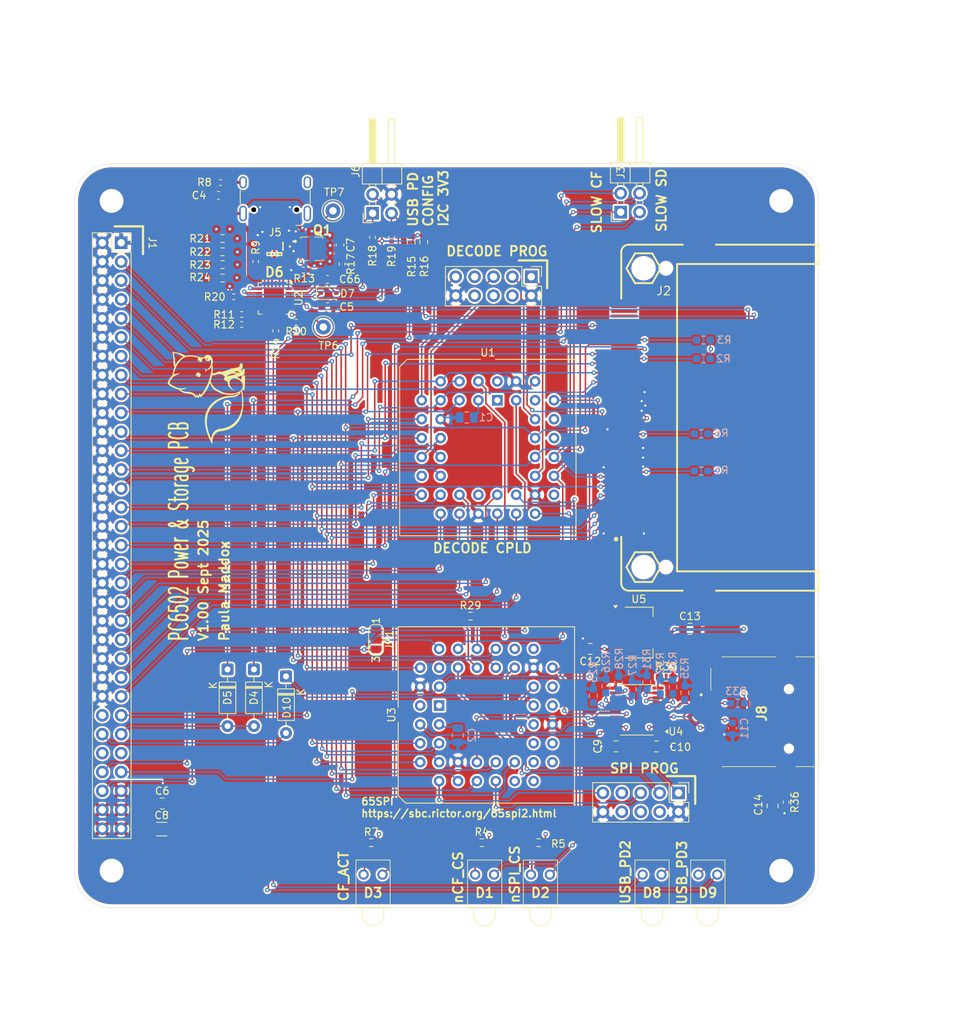
<source format=kicad_pcb>
(kicad_pcb (version 20241229) (generator "pcbnew") (generator_version "9.0")
  (layers (0 "F.Cu" signal) (4 "In1.Cu" signal) (6 "In2.Cu" signal) (2 "B.Cu" signal) (13 "F.Paste" user) (15 "B.Paste" user) (5 "F.SilkS" user "F.Silkscreen") (7 "B.SilkS" user "B.Silkscreen") (1 "F.Mask" user) (3 "B.Mask" user) (25 "Edge.Cuts" user))
  (net 0 "")
  (net 1 "GND")
  (net 2 "/D0")
  (net 3 "/D1")
  (net 4 "/D2")
  (net 5 "/D3")
  (net 6 "/D4")
  (net 7 "/D5")
  (net 8 "/D6")
  (net 9 "/D7")
  (net 10 "/A0")
  (net 11 "/A1")
  (net 12 "/A2")
  (net 13 "/A3")
  (net 14 "/A4")
  (net 15 "/A5")
  (net 16 "/A6")
  (net 17 "/A7")
  (net 18 "/A8")
  (net 19 "/A9")
  (net 20 "/A10")
  (net 21 "/A11")
  (net 22 "/A12")
  (net 23 "/A13")
  (net 24 "/A14")
  (net 25 "/A15")
  (net 26 "RnW")
  (net 27 "SYNQ")
  (net 28 "CLK")
  (net 29 "nIRQ")
  (net 30 "nBUSRQ")
  (net 31 "nNMI")
  (net 32 "nRES")
  (net 33 "nSLOW")
  (net 34 "+5V")
  (net 35 "Net-(J5-SHIELD)")
  (net 36 "Net-(U2-VREG_1V2)")
  (net 37 "Net-(D7-A)")
  (net 38 "Net-(C7-Pad2)")
  (net 39 "/USB Power/VUSB_SW")
  (net 40 "+3V3")
  (net 41 "Net-(C14-Pad1)")
  (net 42 "Net-(D1-A)")
  (net 43 "nCF_LED")
  (net 44 "nSPI_LED")
  (net 45 "Net-(D2-A)")
  (net 46 "/~{SPKR}")
  (net 47 "Net-(D3-A)")
  (net 48 "Net-(D4-K)")
  (net 49 "Net-(D5-K)")
  (net 50 "Net-(D6-CATHODE_2)")
  (net 51 "Net-(D6-CATHODE_1)")
  (net 52 "VDDL")
  (net 53 "Net-(D8-A)")
  (net 54 "Net-(D8-K)")
  (net 55 "Net-(D9-K)")
  (net 56 "Net-(D9-A)")
  (net 57 "Net-(D10-K)")
  (net 58 "CPU_CLK")
  (net 65 "nCF_CS")
  (net 66 "nW")
  (net 67 "/~{WE}")
  (net 71 "/~{CS1}")
  (net 72 "/~{STSCHG}")
  (net 74 "nR")
  (net 78 "/~{REG}")
  (net 82 "nSPI_CS")
  (net 85 "/USB Power/VIN")
  (net 90 "I2C_SCL")
  (net 91 "I2C_SDA")
  (net 92 "TMS")
  (net 94 "TDO")
  (net 95 "TDI")
  (net 96 "TCK")
  (net 101 "SPI_CS_3V3")
  (net 103 "SPI_CLK_3V3")
  (net 107 "SPI_MISO_3V3")
  (net 108 "SPI_MOSI_3V3")
  (net 112 "Net-(JP1-C)")
  (net 113 "Net-(Q1-G)")
  (net 114 "Net-(U2-RESET)")
  (net 115 "Net-(U2-VBUS_VS_DISCH)")
  (net 116 "Net-(U2-ADDR0)")
  (net 117 "Net-(U2-ADDR1)")
  (net 118 "Net-(U2-VBUS_EN_SNK)")
  (net 119 "Net-(U2-DISCH)")
  (net 120 "Net-(U4-B5)")
  (net 121 "Net-(U4-B6)")
  (net 122 "Net-(U4-B7)")
  (net 123 "Net-(U4-B8)")
  (net 124 "/SDCard/CS1")
  (net 125 "Net-(U4-OE)")
  (net 126 "Net-(U4-A8)")
  (net 127 "Net-(U4-A7)")
  (net 128 "Net-(U4-A6)")
  (net 129 "Net-(U4-A5)")
  (net 130 "Net-(U2-ALERT)")
  (net 135 "SPI_CLK_5V")
  (net 137 "/SDCard/SS4")
  (net 138 "/SDCard/SS3")
  (net 139 "/SDCard/MRW")
  (net 140 "/SDCard/MRD")
  (net 141 "/SDCard/EXT_CLK")
  (net 142 "/SDCard/SS1")
  (net 143 "/SDCard/SS2")
  (net 144 "/SDCard/SS5")
  (net 145 "/SDCard/SS6")
  (net 146 "SPI_MOSI_5V")
  (net 148 "SPI_MISO_5V")
  (net 149 "SPI_CS_5V")
  (net 150 "TDO1")
  (net 151 "TCK1")
  (net 152 "TDI1")
  (net 153 "TMS1")
  (net 159 "/SDCard/SS7")
  (footprint "Diode_THT:D_DO-35_SOD27_P7.62mm_Horizontal" (layer "F.Cu") (at 125.5 113.89 -90)
    (property "Reference" "D10")
    (property "Value" "1N4148")
  )
  (footprint "Resistor_SMD:R_0402_1005Metric" (layer "F.Cu") (at 133.04 58.49 -90)
    (property "Reference" "R17")
    (property "Value" "100R")
  )
  (footprint "MountingHole:MountingHole_3.2mm_M3_Pad_TopBottom" (layer "F.Cu") (at 192.06 50)
    (property "Reference" "H5" (hide yes))
    (property "Value" "MountingHole_Pad")
  )
  (footprint "Package_SO:TSSOP-20_4.4x6.5mm_P0.65mm" (layer "F.Cu") (at 172.64 118.39 180)
    (property "Reference" "U4")
    (property "Value" "TXB0108PW")
  )
  (footprint "Package_LCC:PLCC-44_THT-Socket" (layer "F.Cu") (at 146.08 117.81 90)
    (property "Reference" "U3")
    (property "Value" "ATF1502AS")
  )
  (footprint "Connector_USB:USB_C_Receptacle_HCTL_HC-TYPE-C-16P-01A" (layer "F.Cu") (at 124.05 48.585 180)
    (property "Reference" "J5")
    (property "Value" "USB_C_Receptacle_USB2.0_16P")
  )
  (footprint "Capacitor_SMD:C_0805_2012Metric" (layer "F.Cu") (at 166.4 110.2 180)
    (property "Reference" "C12")
    (property "Value" "10uF")
  )
  (footprint "Resistor_SMD:R_0603_1608Metric_Pad0.98x0.95mm_HandSolder" (layer "F.Cu") (at 151.83 136.24)
    (property "Reference" "R4")
    (property "Value" "470R")
  )
  (footprint "Connector_PinHeader_2.54mm:PinHeader_2x02_P2.54mm_Horizontal" (layer "F.Cu") (at 137.14 51.66 90)
    (property "Reference" "J6")
    (property "Value" "ST4500 PROG")
  )
  (footprint "Connector_PinHeader_2.54mm:PinHeader_2x02_P2.54mm_Horizontal" (layer "F.Cu") (at 170.485 51.51 90)
    (property "Reference" "J3")
    (property "Value" "CLK_SLOW")
  )
  (footprint "Capacitor_SMD:C_0603_1608Metric" (layer "F.Cu") (at 132.76 55.925 -90)
    (property "Reference" "C7")
    (property "Value" "0.1uF")
  )
  (footprint "Resistor_SMD:R_0603_1608Metric_Pad0.98x0.95mm_HandSolder" (layer "F.Cu") (at 142.32 55.5525 90)
    (property "Reference" "R15")
    (property "Value" "470R")
  )
  (footprint "Resistor_SMD:R_0402_1005Metric" (layer "F.Cu") (at 119.55 66.61)
    (property "Reference" "R12")
    (property "Value" "5K1")
  )
  (footprint "Resistor_SMD:R_0603_1608Metric_Pad0.98x0.95mm_HandSolder" (layer "F.Cu") (at 150.3 105.8)
    (property "Reference" "R29")
    (property "Value" "10K")
  )
  (footprint "Capacitor_SMD:C_0603_1608Metric" (layer "F.Cu") (at 131.0725 60.54)
    (property "Reference" "C66")
    (property "Value" "1uF")
  )
  (footprint "TestPoint:TestPoint_Loop_D1.80mm_Drill1.0mm_Beaded" (layer "F.Cu") (at 130.52 66.95)
    (property "Reference" "TP6")
    (property "Value" "TestPoint")
  )
  (footprint "Resistor_SMD:R_0402_1005Metric" (layer "F.Cu") (at 139.69 54.91 -90)
    (property "Reference" "R19")
    (property "Value" "5K1")
  )
  (footprint "Diode_SMD:D_SOD-323" (layer "F.Cu") (at 131.22 62.39)
    (property "Reference" "D7")
    (property "Value" "BAT60A")
  )
  (footprint "LTL-4221NHBP:LTL4221NHBP" (layer "F.Cu") (at 158.4288 140.5304)
    (property "Reference" "D2")
    (property "Value" "LED" (hide yes))
  )
  (footprint "LTL-4221NHBP:LTL4221NHBP" (layer "F.Cu") (at 135.9288 140.5304)
    (property "Reference" "D3")
    (property "Value" "LED" (hide yes))
  )
  (footprint "STL9P3LLH6:STL20N6F7" (layer "F.Cu") (at 128.965 56.435 -90)
    (property "Reference" "Q1")
    (property "Value" "STL9P3LLH6" (hide yes))
  )
  (footprint "Package_LCC:PLCC-44_THT-Socket" (layer "F.Cu") (at 153.9 76.79)
    (property "Reference" "U1")
    (property "Value" "ATF1502AS")
  )
  (footprint "Resistor_SMD:R_0603_1608Metric_Pad0.98x0.95mm_HandSolder" (layer "F.Cu") (at 159.45 136.24)
    (property "Reference" "R5")
    (property "Value" "470R")
  )
  (footprint "Capacitor_SMD:C_0805_2012Metric" (layer "F.Cu") (at 108.87 130.98)
    (property "Reference" "C6")
    (property "Value" "100nF")
  )
  (footprint "Resistor_SMD:R_0603_1608Metric_Pad0.98x0.95mm_HandSolder" (layer "F.Cu") (at 176.6 114)
    (property "Reference" "R30")
    (property "Value" "10K")
  )
  (footprint "MountingHole:MountingHole_3.2mm_M3_Pad_TopBottom" (layer "F.Cu") (at 192.06 140)
    (property "Reference" "H6" (hide yes))
    (property "Value" "MountingHole_Pad")
  )
  (footprint "ESDA25W:SOT65P210X110-3N" (layer "F.Cu") (at 123.94 57.15 -90)
    (property "Reference" "D6")
    (property "Value" "ESDA25W" (hide yes))
  )
  (footprint "Capacitor_SMD:C_1206_3216Metric" (layer "F.Cu") (at 108.79 134.42)
    (property "Reference" "C8")
    (property "Value" "47uF")
  )
  (footprint "MountingHole:MountingHole_3.2mm_M3_Pad_TopBottom" (layer "F.Cu") (at 102.06 50)
    (property "Reference" "H4" (hide yes))
    (property "Value" "MountingHole_Pad")
  )
  (footprint "Resistor_SMD:R_0603_1608Metric" (layer "F.Cu") (at 116.97 56.84)
    (property "Reference" "R22")
    (property "Value" "0R")
  )
  (footprint "Resistor_SMD:R_0603_1608Metric" (layer "F.Cu") (at 116.97 58.56 180)
    (property "Reference" "R23")
    (property "Value" "0R")
  )
  (footprint "TestPoint:TestPoint_Loop_D1.80mm_Drill1.0mm_Beaded" (layer "F.Cu") (at 131.81 51.33)
    (property "Reference" "TP7")
    (property "Value" "TestPoint")
  )
  (footprint "Resistor_SMD:R_0402_1005Metric" (layer "F.Cu") (at 116.71 47.53)
    (property "Reference" "R8")
    (property "Value" "330R")
  )
  (footprint "Resistor_SMD:R_0402_1005Metric" (layer "F.Cu") (at 118.46 62.88 180)
    (property "Reference" "R20")
    (property "Value" "1K")
  )
  (footprint "Resistor_SMD:R_0603_1608Metric" (layer "F.Cu") (at 116.97 60.37)
    (property "Reference" "R24")
    (property "Value" "0R")
  )
  (footprint "Capacitor_SMD:C_0805_2012Metric" (layer "F.Cu") (at 169.85 123.3 180)
    (property "Reference" "C9")
    (property "Value" "100nF")
  )
  (footprint "Resistor_SMD:R_0603_1608Metric_Pad0.98x0.95mm_HandSolder" (layer "F.Cu") (at 144.01 55.53 90)
    (property "Reference" "R16")
    (property "Value" "470R")
  )
  (footprint "Resistor_SMD:R_0402_1005Metric" (layer "F.Cu") (at 124.12 67.46 90)
    (property "Reference" "R14")
    (property "Value" "22K")
  )
  (footprint "Jumper:SolderJumper-3_P1.3mm_Bridged12_RoundedPad1.0x1.5mm_NumberLabels" (layer "F.Cu") (at 137.6 109 -90)
    (property "Reference" "JP1")
    (property "Value" "Jumper_3_Bridged12")
  )
  (footprint "PaulasKiCADFootPrint:Fox_avatar_18mm" (layer "F.Cu") (at 114.796341 75.761196 90)
    (property "Reference" "FOX1" (hide yes))
    (property "Value" "SYM_Flash_Large" (hide yes))
  )
  (footprint "Connector_PinHeader_2.54mm:PinHeader_2x05_P2.54mm_Vertical" (layer "F.Cu") (at 178.26 129.555 -90)
    (property "Reference" "J7" (hide yes))
    (property "Value" "Conn_02x05_Odd_Even")
  )
  (footprint "LTL-4221NHBP:LTL4221NHBP" (layer "F.Cu") (at 150.9288 140.5304)
    (property "Reference" "D1")
    (property "Value" "LED" (hide yes))
  )
  (footprint "Resistor_SMD:R_0402_1005Metric" (layer "F.Cu") (at 119.55 65.26)
    (property "Reference" "R11")
    (property "Value" "5K1")
  )
  (footprint "MountingHole:MountingHole_3.2mm_M3_Pad_TopBottom" (layer "F.Cu") (at 102.06 140)
    (property "Reference" "H3" (hide yes))
    (property "Value" "MountingHole_Pad")
  )
  (footprint "Capacitor_SMD:C_0603_1608Metric" (layer "F.Cu") (at 116.415 49.24 180)
    (property "Reference" "C4")
    (property "Value" "100nF 100V")
  )
  (footprint "Connector_PinSocket_2.54mm:PinSocket_2x32_P2.54mm_Vertical" (layer "F.Cu") (at 103.35 55.625)
    (property "Reference" "J1")
    (property "Value" "BUS")
  )
  (footprint "Resistor_SMD:R_0402_1005Metric" (layer "F.Cu") (at 127.82 59.31)
    (property "Reference" "R13")
    (property "Value" "100K")
  )
  (footprint "Resistor_SMD:R_0402_1005Metric" (layer "F.Cu") (at 192.72 130.8 -90)
    (property "Reference" "R36")
    (property "Value" "330R")
  )
  (footprint "Resistor_SMD:R_0603_1608Metric_Pad0.98x0.95mm_HandSolder" (layer "F.Cu") (at 136.96 136.24)
    (property "Reference" "R7")
    (property "Value" "470R")
  )
  (footprint "Resistor_SMD:R_0402_1005Metric" (layer "F.Cu") (at 137.13 54.91 -90)
    (property "Reference" "R18")
    (property "Value" "5K1")
  )
  (footprint "Capacitor_SMD:C_0805_2012Metric" (layer "F.Cu") (at 190.9 131.3 -90)
    (property "Reference" "C14")
    (property "Value" "100nF 100V")
  )
  (footprint "PaulasConnectors:SD-SMD_CFH-L3C1LBL01MN0" (layer "F.Cu") (at 176.01 79.13 90)
    (property "Reference" "J2")
    (property "Value" "Conn_02x26_Top_Bottom" (hide yes))
  )
  (footprint "TF-15X15:TF15X15" (layer "F.Cu") (at 189.45 118.875 90)
    (property "Reference" "J8")
    (property "Value" "TF-15X15" (hide yes))
  )
  (footprint "Resistor_SMD:R_0402_1005Metric" (layer "F.Cu") (at 126.87 66.31)
    (property "Reference" "R10")
    (property "Value" "1K")
  )
  (footprint "Resistor_SMD:R_0402_1005Metric" (layer "F.Cu") (at 121.42 58.15 -90)
    (property "Reference" "R9")
    (property "Value" "100K")
  )
  (footprint "Diode_THT:D_DO-35_SOD27_P7.62mm_Horizontal" (layer "F.Cu") (at 117.64 112.96 -90)
    (property "Reference" "D5")
    (property "Value" "1N4148")
  )
  (footprint "Capacitor_SMD:C_0603_1608Metric" (layer "F.Cu") (at 131.1 64.2)
    (property "Reference" "C5")
    (property "Value" "1uF")
  )
  (footprint "Package_DFN_QFN:QFN-24-1EP_4x4mm_P0.5mm_EP2.7x2.7mm" (layer "F.Cu") (at 123.8725 63.11 -90)
    (property "Reference" "U2")
    (property "Value" "STUSB4500QTR")
  )
  (footprint "Diode_THT:D_DO-35_SOD27_P7.62mm_Horizontal" (layer "F.Cu") (at 121.19 112.96 -90)
    (property "Reference" "D4")
    (property "Value" "1N4148")
  )
  (footprint "LTL-4221NHBP:LTL4221NHBP" (layer "F.Cu") (at 180.9288 140.5304)
    (property "Reference" "D9")
    (property "Value" "LED" (hide yes))
  )
  (footprint "Capacitor_SMD:C_0805_2012Metric" (layer "F.Cu") (at 175.3 123.3)
    (property "Reference" "C10")
    (property "Value" "100nF")
  )
  (footprint "Capacitor_SMD:C_0805_2012Metric" (layer "F.Cu") (at 179.8 107.5)
    (property "Reference" "C13")
    (property "Value" "10uF")
  )
  (footprint "Connector_PinHeader_2.54mm:PinHeader_2x05_P2.54mm_Vertical" (layer "F.Cu") (at 158.471507 60.192466 -90)
    (property "Reference" "J99" (hide yes))
    (property "Value" "Conn_02x05_Odd_Even")
  )
  (footprint "Package_TO_SOT_SMD:SOT-223-3_TabPin2" (layer "F.Cu") (at 172.92 108.01)
    (property "Reference" "U5")
    (property "Value" "AMS1117-3.3")
  )
  (footprint "Resistor_SMD:R_0603_1608Metric" (layer "F.Cu") (at 116.97 55.05 180)
    (property "Reference" "R21")
    (property "Value" "0R")
  )
  (footprint "LTL-4221NHBP:LTL4221NHBP" (layer "F.Cu") (at 173.4288 140.5304)
    (property "Reference" "D8")
    (property "Value" "LED" (hide yes))
  )
  (footprint "Resistor_SMD:R_0603_1608Metric_Pad0.98x0.95mm_HandSolder" (layer "B.Cu") (at 174 114.7 -90)
    (property "Reference" "R31")
    (property "Value" "10K")
  )
  (footprint "Capacitor_SMD:C_0805_2012Metric" (layer "B.Cu") (at 149.8 79.1 180)
    (property "Reference" "C1")
    (property "Value" "100nF")
  )
  (footprint "Resistor_SMD:R_0603_1608Metric_Pad0.98x0.95mm_HandSolder" (layer "B.Cu") (at 168.5 115.2 -90)
    (property "Reference" "R26")
    (property "Value" "10K")
  )
  (footprint "Resistor_SMD:R_0603_1608Metric_Pad0.98x0.95mm_HandSolder" (layer "B.Cu") (at 181.3 86.3)
    (property "Reference" "R1")
    (property "Value" "1K")
  )
  (footprint "Capacitor_SMD:C_0603_1608Metric" (layer "B.Cu") (at 185.5 120.9 -90)
    (property "Reference" "C11")
    (property "Value" "0.1uF")
  )
  (footprint "Resistor_SMD:R_0603_1608Metric_Pad0.98x0.95mm_HandSolder" (layer "B.Cu") (at 166.8 116.5 -90)
    (property "Reference" "R25")
    (property "Value" "10K")
  )
  (footprint "Resistor_SMD:R_0603_1608Metric_Pad0.98x0.95mm_HandSolder" (layer "B.Cu") (at 172 115.6 -90)
    (property "Reference" "R27")
    (property "Value" "10K")
  )
  (footprint "Resistor_SMD:R_0603_1608Metric_Pad0.98x0.95mm_HandSolder" (layer "B.Cu") (at 181.6 71.2)
    (property "Reference" "R2")
    (property "Value" "1K")
  )
  (footprint "Resistor_SMD:R_0603_1608Metric_Pad0.98x0.95mm_HandSolder" (layer "B.Cu") (at 181.6 68.7)
    (property "Reference" "R3")
    (property "Value" "1K")
  )
  (footprint "Resistor_SMD:R_0603_1608Metric_Pad0.98x0.95mm_HandSolder" (layer "B.Cu") (at 175.8 115.3 -90)
    (property "Reference" "R32")
    (property "Value" "10K")
  )
  (footprint "Capacitor_SMD:C_0805_2012Metric" (layer "B.Cu") (at 148.6 121.8 -90)
    (property "Reference" "C2")
    (property "Value" "100nF")
  )
  (footprint "Resistor_SMD:R_0603_1608Metric_Pad0.98x0.95mm_HandSolder" (layer "B.Cu") (at 181.3 81.3)
    (property "Reference" "R6")
    (property "Value" "1K")
  )
  (footprint "Resistor_SMD:R_0603_1608Metric_Pad0.98x0.95mm_HandSolder" (layer "B.Cu") (at 186.2 117.5)
    (property "Reference" "R33")
    (property "Value" "10K")
  )
  (footprint "Resistor_SMD:R_0603_1608Metric_Pad0.98x0.95mm_HandSolder" (layer "B.Cu") (at 179.1 116.1 -90)
    (property "Reference" "R35")
    (property "Value" "10K")
  )
  (footprint "Resistor_SMD:R_0603_1608Metric_Pad0.98x0.95mm_HandSolder" (layer "B.Cu") (at 170.2 114.8 -90)
    (property "Reference" "R28")
    (property "Value" "10K")
  )
  (footprint "Resistor_SMD:R_0603_1608Metric_Pad0.98x0.95mm_HandSolder" (layer "B.Cu") (at 177.5 115.3 -90)
    (property "Reference" "R34")
    (property "Value" "10K")
  )
  (gr_line (start 160.6 58) (end 156.79 58) (stroke (width 0.3)) (layer "F.SilkS"))
  (gr_line (start 106.28 53.42) (end 106.28 57.15) (stroke (width 0.3)) (layer "F.SilkS"))
  (gr_line (start 106.28 53.42) (end 102.47 53.42) (stroke (width 0.3)) (layer "F.SilkS"))
  (gr_line (start 180.5 127.3) (end 176.69 127.3) (stroke (width 0.3)) (layer "F.SilkS"))
  (gr_line (start 160.6 58) (end 160.6 61.73) (stroke (width 0.3)) (layer "F.SilkS"))
  (gr_line (start 180.5 127.3) (end 180.5 131.03) (stroke (width 0.3)) (layer "F.SilkS"))
  (gr_line (start 102.06 45) (end 192.06 45) (stroke (width 0.05)) (layer "Edge.Cuts"))
  (gr_line (start 197.06 50) (end 197.06 140) (stroke (width 0.05)) (layer "Edge.Cuts"))
  (gr_arc (start 102.06 145) (mid 98.524466 143.535534) (end 97.06 140) (stroke (width 0.05)) (layer "Edge.Cuts"))
  (gr_arc (start 197.06 140) (mid 195.595534 143.535534) (end 192.06 145) (stroke (width 0.05)) (layer "Edge.Cuts"))
  (gr_arc (start 97.06 50) (mid 98.524466 46.464466) (end 102.06 45) (stroke (width 0.05)) (layer "Edge.Cuts"))
  (gr_line (start 97.06 50) (end 97.06 140) (stroke (width 0.05)) (layer "Edge.Cuts"))
  (gr_line (start 192.06 145) (end 102.06 145) (stroke (width 0.05)) (layer "Edge.Cuts"))
  (gr_arc (start 192.06 45) (mid 195.595534 46.464466) (end 197.06 50) (stroke (width 0.05)) (layer "Edge.Cuts"))
  (gr_text "DECODE CPLD" (at 145.1 97.4 0) (layer "F.SilkS") (effects (font (size 1.27 1.27) (thickness 0.254) (bold yes)) (justify left bottom)))
  (gr_text "USB PD\nCONFIG\nI2C 3V3" (at 147.4 53.6 90) (layer "F.SilkS") (effects (font (size 1.27 1.27) (thickness 0.254) (bold yes)) (justify left bottom)))
  (gr_text "USB_PD3" (at 179.47 144.68 90) (layer "F.SilkS") (effects (font (size 1.27 1.27) (thickness 0.254) (bold yes)) (justify left bottom)))
  (gr_text "V1.00 Sept 2025" (at 115.14 109.3 90) (layer "F.SilkS") (effects (font (size 1.27 1.27) (thickness 0.254) (bold yes)) (justify left bottom)))
  (gr_text "nCF_CS\n" (at 149.37 144.55 90) (layer "F.SilkS") (effects (font (size 1.27 1.27) (thickness 0.254) (bold yes)) (justify left bottom)))
  (gr_text "nSPI_CS\n" (at 156.99 144.49 90) (layer "F.SilkS") (effects (font (size 1.27 1.27) (thickness 0.254) (bold yes)) (justify left bottom)))
  (gr_text "65SPI\nhttps://sbc.rictor.org/65spi2.html" (at 135.5 132.9 0) (layer "F.SilkS") (effects (font (size 1 1) (thickness 0.2) (bold yes)) (justify left bottom)))
  (gr_text "SLOW SD" (at 176.7 54.3 90) (layer "F.SilkS") (effects (font (size 1.27 1.27) (thickness 0.254) (bold yes)) (justify left bottom)))
  (gr_text "SLOW CF" (at 168 54.5 90) (layer "F.SilkS") (effects (font (size 1.27 1.27) (thickness 0.254) (bold yes)) (justify left bottom)))
  (gr_text "CF_ACT" (at 133.98 144.25 90) (layer "F.SilkS") (effects (font (size 1.27 1.27) (thickness 0.254) (bold yes)) (justify left bottom)))
  (gr_text "SPI PROG" (at 168.9 127 0) (layer "F.SilkS") (effects (font (size 1.27 1.27) (thickness 0.254) (bold yes)) (justify left bottom)))
  (gr_text "USB_PD2" (at 171.86 144.62 90) (layer "F.SilkS") (effects (font (size 1.27 1.27) (thickness 0.254) (bold yes)) (justify left bottom)))
  (gr_text "PC6502 Power & Storage PCB" (at 112.6 109.3 90) (layer "F.SilkS") (effects (font (size 2.54 1.27) (thickness 0.254) (bold yes)) (justify left bottom)))
  (gr_text "DECODE PROG" (at 146.9 57.5 0) (layer "F.SilkS") (effects (font (size 1.27 1.27) (thickness 0.254) (bold yes)) (justify left bottom)))
  (gr_text "Paula Maddox" (at 117.934 109.3 90) (layer "F.SilkS") (effects (font (size 1.27 1.27) (thickness 0.254) (bold yes)) (justify left bottom)))
  (segment (start 168.9 123.3) (end 167.9 123.3) (width 0.2) (layer "F.Cu") (net 1))
  (segment (start 173.637 75.637) (end 173.7 75.7) (width 0.2) (layer "F.Cu") (net 1))
  (segment (start 123.94 57.11) (end 123.94 58.2) (width 0.4) (layer "F.Cu") (net 1))
  (segment (start 131.0715 59.764) (end 129.036 59.764) (width 0.2) (layer "F.Cu") (net 1))
  (segment (start 184.2 121.9) (end 184.4 121.7) (width 0.2) (layer "F.Cu") (net 1))
  (segment (start 173.5 82.577) (end 173.5 83.2) (width 0.2) (layer "F.Cu") (net 1))
  (segment (start 192.72 132.08) (end 192.5 132.3) (width 0.2) (layer "F.Cu") (net 1))
  (segment (start 170.96 94.687) (end 173.587 94.687) (width 0.2) (layer "F.Cu") (net 1))
  (segment (start 170.96 78.177) (end 173.277 78.177) (width 0.2) (layer "F.Cu") (net 1))
  (segment (start 170.96 85.797) (end 173.403 85.797) (width 0.2) (layer "F.Cu") (net 1))
  (segment (start 173.758 77.542) (end 173.8 77.5) (width 0.2) (layer "F.Cu") (net 1))
  (segment (start 165.45 108.85) (end 165.4 108.8) (width 0.2) (layer "F.Cu") (net 1))
  (segment (start 168.203 85.797) (end 168.2 85.8) (width 0.2) (layer "F.Cu") (net 1))
  (segment (start 165.45 110.2) (end 165.45 108.85) (width 0.2) (layer "F.Cu") (net 1))
  (segment (start 173.277 78.177) (end 173.3 78.2) (width 0.2) (layer "F.Cu") (net 1))
  (segment (start 173.587 94.687) (end 173.6 94.7) (width 0.2) (layer "F.Cu") (net 1))
  (segment (start 170.96 75.637) (end 173.637 75.637) (width 0.2) (layer "F.Cu") (net 1))
  (segment (start 170.96 85.797) (end 168.203 85.797) (width 0.2) (layer "F.Cu") (net 1))
  (segment (start 170.96 84.527) (end 173.473 84.527) (width 0.2) (layer "F.Cu") (net 1))
  (segment (start 190.9 132.25) (end 192.45 132.25) (width 0.2) (layer "F.Cu") (net 1))
  (segment (start 170.96 76.907) (end 173.293 76.907) (width 0.2) (layer "F.Cu") (net 1))
  (segment (start 170.96 81.987) (end 172.91 81.987) (width 0.2) (layer "F.Cu") (net 1))
  (segment (start 173.443 83.257) (end 173.5 83.2) (width 0.2) (layer "F.Cu") (net 1))
  (segment (start 173.403 85.797) (end 173.5 85.7) (width 0.2) (layer "F.Cu") (net 1))
  (segment (start 170.96 83.257) (end 173.443 83.257) (width 0.2) (layer "F.Cu") (net 1))
  (segment (start 131.8475 60.54) (end 131.0715 59.764) (width 0.2) (layer "F.Cu") (net 1))
  (segment (start 173.293 76.907) (end 173.3 76.9) (width 0.2) (layer "F.Cu") (net 1))
  (segment (start 170.943 80.7) (end 170.96 80.717) (width 0.2) (layer "F.Cu") (net 1))
  (segment (start 168.7 80.7) (end 170.943 80.7) (width 0.2) (layer "F.Cu") (net 1))
  (segment (start 192.72 131.31) (end 192.72 132.08) (width 0.2) (layer "F.Cu") (net 1))
  (segment (start 182.5 121.9) (end 184.2 121.9) (width 0.2) (layer "F.Cu") (net 1))
  (segment (start 192.45 132.25) (end 192.5 132.3) (width 0.2) (layer "F.Cu") (net 1))
  (segment (start 176.25 123.3) (end 177.3 123.3) (width 0.2) (layer "F.Cu") (net 1))
  (segment (start 172.91 81.987) (end 173.5 82.577) (width 0.2) (layer "F.Cu") (net 1))
  (segment (start 129.036 59.764) (end 128.2 60.6) (width 0.2) (layer "F.Cu") (net 1))
  (segment (start 170.96 77.542) (end 173.758 77.542) (width 0.2) (layer "F.Cu") (net 1))
  (segment (start 170.96 94.687) (end 168.213 94.687) (width 0.2) (layer "F.Cu") (net 1))
  (segment (start 168.213 94.687) (end 168.2 94.7) (width 0.2) (layer "F.Cu") (net 1))
  (segment (start 173.473 84.527) (end 173.5 84.5) (width 0.2) (layer "F.Cu") (net 1))
  (via (at 173.8 77.5) (size 0.6) (drill 0.3) (layers "F.Cu" "B.Cu") (net 1))
  (via (at 184.4 121.7) (size 0.6) (drill 0.3) (layers "F.Cu" "B.Cu") (net 1))
  (via (at 165.4 108.8) (size 0.6) (drill 0.3) (layers "F.Cu" "B.Cu") (net 1))
  (via (at 173.6 94.7) (size 0.6) (drill 0.3) (layers "F.Cu" "B.Cu") (net 1))
  (via (at 127.7 53.6) (size 0.6) (drill 0.3) (layers "F.Cu" "B.Cu") (net 1))
  (via (at 168.7 80.7) (size 0.6) (drill 0.3) (layers "F.Cu" "B.Cu") (net 1))
  (via (at 173.5 83.2) (size 0.6) (drill 0.3) (layers "F.Cu" "B.Cu") (net 1))
  (via (at 168.2 94.7) (size 0.6) (drill 0.3) (layers "F.Cu" "B.Cu") (net 1))
  (via (at 167.9 123.3) (size 0.6) (drill 0.3) (layers "F.Cu" "B.Cu") (net 1))
  (via (at 177.3 123.3) (size 0.6) (drill 0.3) (layers "F.Cu" "B.Cu") (net 1))
  (via (at 173.3 76.9) (size 0.6) (drill 0.3) (layers "F.Cu" "B.Cu") (net 1))
  (via (at 121.1 55.8) (size 0.6) (drill 0.3) (layers "F.Cu" "B.Cu") (net 1))
  (via (at 173.5 84.5) (size 0.6) (drill 0.3) (layers "F.Cu" "B.Cu") (net 1))
  (via (at 173.5 85.7) (size 0.6) (drill 0.3) (layers "F.Cu" "B.Cu") (net 1))
  (via (at 123.94 57.11) (size 0.6) (drill 0.3) (layers "F.Cu" "B.Cu") (net 1))
  (via (at 192.5 132.3) (size 0.6) (drill 0.3) (layers "F.Cu" "B.Cu") (net 1))
  (via (at 168.2 85.8) (size 0.6) (drill 0.3) (layers "F.Cu" "B.Cu") (net 1))
  (via (at 173.7 75.7) (size 0.6) (drill 0.3) (layers "F.Cu" "B.Cu") (net 1))
  (via (at 173.3 78.2) (size 0.6) (drill 0.3) (layers "F.Cu" "B.Cu") (net 1))
  (segment (start 185.475 121.7) (end 185.5 121.675) (width 0.2) (layer "B.Cu") (net 1))
  (segment (start 184.4 121.7) (end 185.475 121.7) (width 0.2) (layer "B.Cu") (net 1))
  (segment (start 171.0125 113.8875) (end 171.7 113.2) (width 0.2) (layer "B.Cu") (net 1))
  (segment (start 170.2 113.8875) (end 171.0125 113.8875) (width 0.2) (layer "B.Cu") (net 1))
  (segment (start 177.6125 114.3875) (end 178.7 113.3) (width 0.2) (layer "B.Cu") (net 1))
  (segment (start 148.85 79.1) (end 146.51 79.1) (width 0.2) (layer "B.Cu") (net 1))
  (segment (start 177.5 114.3875) (end 177.6125 114.3875) (width 0.2) (layer "B.Cu") (net 1))
  (segment (start 146.51 79.1) (end 146.28 79.33) (width 0.2) (layer "B.Cu") (net 1))
  (segment (start 133.52 126.020057) (end 133.57 126.070057) (width 0.2) (layer "F.Cu") (net 2))
  (segment (start 165.7 80.81) (end 165.7 80.59) (width 0.2) (layer "F.Cu") (net 2))
  (segment (start 165.7 80.59) (end 165.75 80.54) (width 0.2) (layer "F.Cu") (net 2))
  (segment (start 133.52 69.25) (end 133.52 80.44) (width 0.2) (layer "F.Cu") (net 2))
  (segment (start 165.75 80.54) (end 165.75 69.79) (width 0.2) (layer "F.Cu") (net 2))
  (segment (start 165.75 69.79) (end 166.253 69.287) (width 0.2) (layer "F.Cu") (net 2))
  (segment (start 133.52 80.44) (end 133.52 126.020057) (width 0.2) (layer "F.Cu") (net 2))
  (segment (start 133.57 126.070057) (end 133.57 129.85) (width 0.2) (layer "F.Cu") (net 2))
  (segment (start 166.253 69.287) (end 170.96 69.287) (width 0.2) (layer "F.Cu") (net 2))
  (via (at 133.52 69.25) (size 0.6) (drill 0.3) (layers "F.Cu" "B.Cu") (net 2))
  (via (at 165.7 80.81) (size 0.6) (drill 0.3) (layers "F.Cu" "B.Cu") (net 2))
  (via (at 133.57 129.85) (size 0.6) (drill 0.3) (layers "F.Cu" "B.Cu") (net 2))
  (via (at 133.52 80.44) (size 0.6) (drill 0.3) (layers "F.Cu" "B.Cu") (net 2))
  (segment (start 156.24 125.43) (end 154.87 126.8) (width 0.2) (layer "B.Cu") (net 2))
  (segment (start 154.15 129.85) (end 133.57 129.85) (width 0.2) (layer "B.Cu") (net 2))
  (segment (start 115.601 69.179) (end 133.449 69.179) (width 0.2) (layer "B.Cu") (net 2))
  (segment (start 154.87 129.13) (end 154.15 129.85) (width 0.2) (layer "B.Cu") (net 2))
  (segment (start 114.555 69.37) (end 115.41 69.37) (width 0.2) (layer "B.Cu") (net 2))
  (segment (start 133.54 80.46) (end 133.52 80.44) (width 0.2) (layer "B.Cu") (net 2))
  (segment (start 133.449 69.179) (end 133.52 69.25) (width 0.2) (layer "B.Cu") (net 2))
  (segment (start 160.04 80.81) (end 158.98 81.87) (width 0.2) (layer "B.Cu") (net 2))
  (segment (start 165.7 80.81) (end 160.04 80.81) (width 0.2) (layer "B.Cu") (net 2))
  (segment (start 158.98 81.87) (end 157.57 80.46) (width 0.2) (layer "B.Cu") (net 2))
  (segment (start 154.87 126.8) (end 154.87 129.13) (width 0.2) (layer "B.Cu") (net 2))
  (segment (start 103.35 58.165) (end 114.555 69.37) (width 0.2) (layer "B.Cu") (net 2))
  (segment (start 157.57 80.46) (end 133.54 80.46) (width 0.2) (layer "B.Cu") (net 2))
  (segment (start 115.41 69.37) (end 115.601 69.179) (width 0.2) (layer "B.Cu") (net 2))
  (segment (start 132.91 126.26) (end 132.93 126.28) (width 0.2) (layer "F.Cu") (net 3))
  (segment (start 166.073 68.017) (end 170.96 68.017) (width 0.2) (layer "F.Cu") (net 3))
  (segment (start 165.04 69.05) (end 166.073 68.017) (width 0.2) (layer "F.Cu") (net 3))
  (segment (start 132.91 69.78) (end 132.91 85.43) (width 0.2) (layer "F.Cu") (net 3))
  (segment (start 165.02 83.3978) (end 165.04 83.3778) (width 0.2) (layer "F.Cu") (net 3))
  (segment (start 165.04 83.3778) (end 165.04 69.05) (width 0.2) (layer "F.Cu") (net 3))
  (segment (start 132.91 85.43) (end 132.91 126.26) (width 0.2) (layer "F.Cu") (net 3))
  (via (at 132.91 69.78) (size 0.6) (drill 0.3) (layers "F.Cu" "B.Cu") (net 3))
  (via (at 132.91 85.43) (size 0.6) (drill 0.3) (layers "F.Cu" "B.Cu") (net 3))
  (via (at 132.93 126.28) (size 0.6) (drill 0.3) (layers "F.Cu" "B.Cu") (net 3))
  (via (at 165.02 83.3978) (size 0.6) (drill 0.3) (layers "F.Cu" "B.Cu") (net 3))
  (segment (start 152.6878 126.4422) (end 153.7 125.43) (width 0.2) (layer "B.Cu") (net 3))
  (segment (start 132.93 126.28) (end 133.0922 126.4422) (width 0.2) (layer "B.Cu") (net 3))
  (segment (start 159.9922 83.3978) (end 158.98 84.41) (width 0.2) (layer "B.Cu") (net 3))
  (segment (start 157.86 85.53) (end 133.01 85.53) (width 0.2) (layer "B.Cu") (net 3))
  (segment (start 133.0922 126.4422) (end 152.6878 126.4422) (width 0.2) (layer "B.Cu") (net 3))
  (segment (start 158.98 84.41) (end 157.86 85.53) (width 0.2) (layer "B.Cu") (net 3))
  (segment (start 103.35 60.705) (end 112.645 70) (width 0.2) (layer "B.Cu") (net 3))
  (segment (start 132.69 70) (end 132.91 69.78) (width 0.2) (layer "B.Cu") (net 3))
  (segment (start 112.645 70) (end 116.2 70) (width 0.2) (layer "B.Cu") (net 3))
  (segment (start 165.02 83.3978) (end 159.9922 83.3978) (width 0.2) (layer "B.Cu") (net 3))
  (segment (start 116.2 70) (end 132.69 70) (width 0.2) (layer "B.Cu") (net 3))
  (segment (start 133.01 85.53) (end 132.91 85.43) (width 0.2) (layer "B.Cu") (net 3))
  (segment (start 134.24 66.71) (end 134.24 70.63) (width 0.2) (layer "F.Cu") (net 4))
  (segment (start 170.96 66.747) (end 166.727 66.747) (width 0.2) (layer "F.Cu") (net 4))
  (segment (start 132.267888 129) (end 132.26 128.992112) (width 0.2) (layer "F.Cu") (net 4))
  (segment (start 134.24 70.63) (end 134.28 70.67) (width 0.2) (layer "F.Cu") (net 4))
  (segment (start 132.26 128.992112) (end 132.26 70.68) (width 0.2) (layer "F.Cu") (net 4))
  (segment (start 166.727 66.747) (end 166.68 66.7) (width 0.2) (layer "F.Cu") (net 4))
  (via (at 132.26 70.68) (size 0.6) (drill 0.3) (layers "F.Cu" "B.Cu") (net 4))
  (via (at 134.28 70.67) (size 0.6) (drill 0.3) (layers "F.Cu" "B.Cu") (net 4))
  (via (at 132.267888 129) (size 0.6) (drill 0.3) (layers "F.Cu" "B.Cu") (net 4))
  (via (at 166.68 66.7) (size 0.6) (drill 0.3) (layers "F.Cu" "B.Cu") (net 4))
  (via (at 134.24 66.71) (size 0.6) (drill 0.3) (layers "F.Cu" "B.Cu") (net 4))
  (segment (start 166.519 66.861) (end 134.391 66.861) (width 0.2) (layer "B.Cu") (net 4))
  (segment (start 149.94 129.19) (end 151.16 127.97) (width 0.2) (layer "B.Cu") (net 4))
  (segment (start 132.41 129.19) (end 149.94 129.19) (width 0.2) (layer "B.Cu") (net 4))
  (segment (start 132.267888 129) (end 132.41 128.857888) (width 0.2) (layer "B.Cu") (net 4))
  (segment (start 132.17 70.77) (end 132.26 70.68) (width 0.2) (layer "B.Cu") (net 4))
  (segment (start 166.68 66.7) (end 166.519 66.861) (width 0.2) (layer "B.Cu") (net 4))
  (segment (start 110.875 70.77) (end 111.42 70.77) (width 0.2) (layer "B.Cu") (net 4))
  (segment (start 111.42 70.77) (end 132.17 70.77) (width 0.2) (layer "B.Cu") (net 4))
  (segment (start 132.27 70.67) (end 132.26 70.68) (width 0.2) (layer "B.Cu") (net 4))
  (segment (start 132.41 128.857888) (end 132.41 129.19) (width 0.2) (layer "B.Cu") (net 4))
  (segment (start 134.28 70.67) (end 132.27 70.67) (width 0.2) (layer "B.Cu") (net 4))
  (segment (start 134.391 66.861) (end 134.24 66.71) (width 0.2) (layer "B.Cu") (net 4))
  (segment (start 103.35 63.245) (end 110.875 70.77) (width 0.2) (layer "B.Cu") (net 4))
  (segment (start 168.083 93.417) (end 167 94.5) (width 0.2) (layer "F.Cu") (net 5))
  (segment (start 131.66 126.96) (end 131.66 95.3) (width 0.2) (layer "F.Cu") (net 5))
  (segment (start 131.66 95.3) (end 131.66 71.56) (width 0.2) (layer "F.Cu") (net 5))
  (segment (start 170.96 93.417) (end 168.083 93.417) (width 0.2) (layer "F.Cu") (net 5))
  (via (at 131.66 95.3) (size 0.6) (drill 0.3) (layers "F.Cu" "B.Cu") (net 5))
  (via (at 131.66 71.56) (size 0.6) (drill 0.3) (layers "F.Cu" "B.Cu") (net 5))
  (via (at 167 94.5) (size 0.6) (drill 0.3) (layers "F.Cu" "B.Cu") (net 5))
  (via (at 131.66 126.96) (size 0.6) (drill 0.3) (layers "F.Cu" "B.Cu") (net 5))
  (segment (start 132.17 126.96) (end 132.1722 126.9578) (width 0.2) (layer "B.Cu") (net 5))
  (segment (start 167 94.5) (end 166.3 95.2) (width 0.2) (layer "B.Cu") (net 5))
  (segment (start 131.57 71.65) (end 131.66 71.56) (width 0.2) (layer "B.Cu") (net 5))
  (segment (start 110.54 71.65) (end 131.57 71.65) (width 0.2) (layer "B.Cu") (net 5))
  (segment (start 131.76 95.2) (end 131.66 95.3) (width 0.2) (layer "B.Cu") (net 5))
  (segment (start 147.6078 126.9578) (end 148.62 127.97) (width 0.2) (layer "B.Cu") (net 5))
  (segment (start 109.215 71.65) (end 110.54 71.65) (width 0.2) (layer "B.Cu") (net 5))
  (segment (start 132.1722 126.9578) (end 147.6078 126.9578) (width 0.2) (layer "B.Cu") (net 5))
  (segment (start 166.3 95.2) (end 131.76 95.2) (width 0.2) (layer "B.Cu") (net 5))
  (segment (start 103.35 65.785) (end 109.215 71.65) (width 0.2) (layer "B.Cu") (net 5))
  (segment (start 131.66 126.96) (end 132.17 126.96) (width 0.2) (layer "B.Cu") (net 5))
  (segment (start 168.253 92.147) (end 167 93.4) (width 0.2) (layer "F.Cu") (net 6))
  (segment (start 130.98 94.8) (end 130.98 124.65) (width 0.2) (layer "F.Cu") (net 6))
  (segment (start 170.96 92.147) (end 168.253 92.147) (width 0.2) (layer "F.Cu") (net 6))
  (segment (start 130.87 72.56) (end 130.98 72.67) (width 0.2) (layer "F.Cu") (net 6))
  (segment (start 130.98 72.67) (end 130.98 94.8) (width 0.2) (layer "F.Cu") (net 6))
  (via (at 130.87 72.56) (size 0.6) (drill 0.3) (layers "F.Cu" "B.Cu") (net 6))
  (via (at 130.98 94.8) (size 0.6) (drill 0.3) (layers "F.Cu" "B.Cu") (net 6))
  (via (at 167 93.4) (size 0.6) (drill 0.3) (layers "F.Cu" "B.Cu") (net 6))
  (via (at 130.98 124.65) (size 0.6) (drill 0.3) (layers "F.Cu" "B.Cu") (net 6))
  (segment (start 131.18 94.6) (end 130.98 94.8) (width 0.2) (layer "B.Cu") (net 6))
  (segment (start 103.35 68.325) (end 107.585 72.56) (width 0.2) (layer "B.Cu") (net 6))
  (segment (start 165.8 94.6) (end 131.18 94.6) (width 0.2) (layer "B.Cu") (net 6))
  (segment (start 130.98 124.65) (end 131.2122 124.4178) (width 0.2) (layer "B.Cu") (net 6))
  (segment (start 145.0678 124.4178) (end 146.08 125.43) (width 0.2) (layer "B.Cu") (net 6))
  (segment (start 107.585 72.56) (end 114.54 72.56) (width 0.2) (layer "B.Cu") (net 6))
  (segment (start 114.54 72.56) (end 130.87 72.56) (width 0.2) (layer "B.Cu") (net 6))
  (segment (start 167 93.4) (end 165.8 94.6) (width 0.2) (layer "B.Cu") (net 6))
  (segment (start 131.2122 124.4178) (end 145.0678 124.4178) (width 0.2) (layer "B.Cu") (net 6))
  (segment (start 168.323 90.877) (end 166.9 92.3) (width 0.2) (layer "F.Cu") (net 7))
  (segment (start 170.96 90.877) (end 168.323 90.877) (width 0.2) (layer "F.Cu") (net 7))
  (segment (start 130.311 94.1) (end 130.311 123.551) (width 0.2) (layer "F.Cu") (net 7))
  (segment (start 130.311 123.551) (end 130.37 123.61) (width 0.2) (layer "F.Cu") (net 7))
  (segment (start 130.311 73.581) (end 130.24 73.51) (width 0.2) (layer "F.Cu") (net 7))
  (segment (start 130.311 94.1) (end 130.311 73.581) (width 0.2) (layer "F.Cu") (net 7))
  (via (at 130.24 73.51) (size 0.6) (drill 0.3) (layers "F.Cu" "B.Cu") (net 7))
  (via (at 130.37 123.61) (size 0.6) (drill 0.3) (layers "F.Cu" "B.Cu") (net 7))
  (via (at 130.311 94.1) (size 0.6) (drill 0.3) (layers "F.Cu" "B.Cu") (net 7))
  (via (at 166.9 92.3) (size 0.6) (drill 0.3) (layers "F.Cu" "B.Cu") (net 7))
  (segment (start 130.311 94.1) (end 165.1 94.1) (width 0.2) (layer "B.Cu") (net 7))
  (segment (start 165.1 94.1) (end 166.9 92.3) (width 0.2) (layer "B.Cu") (net 7))
  (segment (start 145 123.97) (end 146.08 122.89) (width 0.2) (layer "B.Cu") (net 7))
  (segment (start 130.37 123.61) (end 130.73 123.97) (width 0.2) (layer "B.Cu") (net 7))
  (segment (start 105.995 73.51) (end 107.14 73.51) (width 0.2) (layer "B.Cu") (net 7))
  (segment (start 107.14 73.51) (end 130.24 73.51) (width 0.2) (layer "B.Cu") (net 7))
  (segment (start 103.35 70.865) (end 105.995 73.51) (width 0.2) (layer "B.Cu") (net 7))
  (segment (start 130.73 123.97) (end 145 123.97) (width 0.2) (layer "B.Cu") (net 7))
  (segment (start 129.661 125.309) (end 129.61 125.36) (width 0.2) (layer "F.Cu") (net 8))
  (segment (start 170.96 89.607) (end 170.953 89.6) (width 0.2) (layer "F.Cu") (net 8))
  (segment (start 170.953 89.6) (end 167.8 89.6) (width 0.2) (layer "F.Cu") (net 8))
  (segment (start 129.61 74.47) (end 129.661 74.521) (width 0.2) (layer "F.Cu") (net 8))
  (segment (start 129.661 74.521) (end 129.661 92.3) (width 0.2) (layer "F.Cu") (net 8))
  (segment (start 129.661 92.3) (end 129.661 125.309) (width 0.2) (layer "F.Cu") (net 8))
  (via (at 167.8 89.6) (size 0.6) (drill 0.3) (layers "F.Cu" "B.Cu") (net 8))
  (via (at 129.61 125.36) (size 0.6) (drill 0.3) (layers "F.Cu" "B.Cu") (net 8))
  (via (at 129.61 74.47) (size 0.6) (drill 0.3) (layers "F.Cu" "B.Cu") (net 8))
  (via (at 129.661 92.3) (size 0.6) (drill 0.3) (layers "F.Cu" "B.Cu") (net 8))
  (segment (start 129.61 125.36) (end 129.68 125.43) (width 0.2) (layer "B.Cu") (net 8))
  (segment (start 137.059943 91) (end 135.759943 92.3) (width 0.2) (layer "B.Cu") (net 8))
  (segment (start 103.35 73.405) (end 104.415 74.47) (width 0.2) (layer "B.Cu") (net 8))
  (segment (start 135.759943 92.3) (end 129.661 92.3) (width 0.2) (layer "B.Cu") (net 8))
  (segment (start 115.12 74.47) (end 129.61 74.47) (width 0.2) (layer "B.Cu") (net 8))
  (segment (start 104.415 74.47) (end 115.12 74.47) (width 0.2) (layer "B.Cu") (net 8))
  (segment (start 166.4 91) (end 137.059943 91) (width 0.2) (layer "B.Cu") (net 8))
  (segment (start 167.8 89.6) (end 166.4 91) (width 0.2) (layer "B.Cu") (net 8))
  (segment (start 129.68 125.43) (end 143.54 125.43) (width 0.2) (layer "B.Cu") (net 8))
  (segment (start 170.96 88.337) (end 167.863 88.337) (width 0.2) (layer "F.Cu") (net 9))
  (segment (start 167.863 88.337) (end 167.8 88.4) (width 0.2) (layer "F.Cu") (net 9))
  (segment (start 129.03 122.81) (end 129.03 88.4) (width 0.2) (layer "F.Cu") (net 9))
  (segment (start 129.03 76.05) (end 129.06 76.02) (width 0.2) (layer "F.Cu") (net 9))
  (segment (start 129.03 88.4) (end 129.03 76.05) (width 0.2) (layer "F.Cu") (net 9))
  (via (at 129.03 122.81) (size 0.6) (drill 0.3) (layers "F.Cu" "B.Cu") (net 9))
  (via (at 129.03 88.4) (size 0.6) (drill 0.3) (layers "F.Cu" "B.Cu") (net 9))
  (via (at 167.8 88.4) (size 0.6) (drill 0.3) (layers "F.Cu" "B.Cu") (net 9))
  (via (at 129.06 76.02) (size 0.6) (drill 0.3) (layers "F.Cu" "B.Cu") (net 9))
  (segment (start 143.54 122.89) (end 129.11 122.89) (width 0.2) (layer "B.Cu") (net 9))
  (segment (start 129.06 76.02) (end 128.985 75.945) (width 0.2) (layer "B.Cu") (net 9))
  (segment (start 129.11 122.89) (end 129.03 122.81) (width 0.2) (layer "B.Cu") (net 9))
  (segment (start 129.03 88.4) (end 167.8 88.4) (width 0.2) (layer "B.Cu") (net 9))
  (segment (start 128.985 75.945) (end 103.35 75.945) (width 0.2) (layer "B.Cu") (net 9))
  (segment (start 166.703 70.557) (end 166.68 70.58) (width 0.2) (layer "F.Cu") (net 10))
  (segment (start 136.46 70.61) (end 136.46 78.0878) (width 0.2) (layer "F.Cu") (net 10))
  (segment (start 127.1 111.1) (end 127.1 78.3178) (width 0.2) (layer "F.Cu") (net 10))
  (segment (start 170.96 70.557) (end 166.703 70.557) (width 0.2) (layer "F.Cu") (net 10))
  (segment (start 136.42 70.57) (end 136.46 70.61) (width 0.2) (layer "F.Cu") (net 10))
  (segment (start 136.46 78.0878) (end 136.23 78.3178) (width 0.2) (layer "F.Cu") (net 10))
  (via (at 127.1 111.1) (size 0.6) (drill 0.3) (layers "F.Cu" "B.Cu") (net 10))
  (via (at 136.42 70.57) (size 0.6) (drill 0.3) (layers "F.Cu" "B.Cu") (net 10))
  (via (at 127.1 78.3178) (size 0.6) (drill 0.3) (layers "F.Cu" "B.Cu") (net 10))
  (via (at 166.68 70.58) (size 0.6) (drill 0.3) (layers "F.Cu" "B.Cu") (net 10))
  (via (at 136.23 78.3178) (size 0.6) (drill 0.3) (layers "F.Cu" "B.Cu") (net 10))
  (segment (start 166.68 70.58) (end 136.43 70.58) (width 0.2) (layer "B.Cu") (net 10))
  (segment (start 151.1 111.2022) (end 127.2022 111.2022) (width 0.2) (layer "B.Cu") (net 10))
  (segment (start 103.5172 78.3178) (end 127.1 78.3178) (width 0.2) (layer "B.Cu") (net 10))
  (segment (start 136.43 70.58) (end 136.42 70.57) (width 0.2) (layer "B.Cu") (net 10))
  (segment (start 136.23 78.3178) (end 147.2922 78.3178) (width 0.2) (layer "B.Cu") (net 10))
  (segment (start 103.35 78.485) (end 103.5172 78.3178) (width 0.2) (layer "B.Cu") (net 10))
  (segment (start 153.7 110.19) (end 152.6878 111.2022) (width 0.2) (layer "B.Cu") (net 10))
  (segment (start 127.2022 111.2022) (end 127.1 111.1) (width 0.2) (layer "B.Cu") (net 10))
  (segment (start 152.6878 111.2022) (end 151.1 111.2022) (width 0.2) (layer "B.Cu") (net 10))
  (segment (start 127.1 78.3178) (end 136.23 78.3178) (width 0.2) (layer "B.Cu") (net 10))
  (segment (start 147.2922 78.3178) (end 148.82 76.79) (width 0.2) (layer "B.Cu") (net 10))
  (segment (start 138.89 71.77) (end 138.83 71.83) (width 0.2) (layer "F.Cu") (net 11))
  (segment (start 126.5 111.7) (end 126.5 81.875) (width 0.2) (layer "F.Cu") (net 11))
  (segment (start 170.96 71.827) (end 166.723 71.827) (width 0.2) (layer "F.Cu") (net 11))
  (segment (start 166.723 71.827) (end 166.66 71.89) (width 0.2) (layer "F.Cu") (net 11))
  (segment (start 138.83 71.83) (end 138.83 81.875) (width 0.2) (layer "F.Cu") (net 11))
  (via (at 138.89 71.77) (size 0.6) (drill 0.3) (layers "F.Cu" "B.Cu") (net 11))
  (via (at 126.5 81.875) (size 0.6) (drill 0.3) (layers "F.Cu" "B.Cu") (net 11))
  (via (at 126.5 111.7) (size 0.6) (drill 0.3) (layers "F.Cu" "B.Cu") (net 11))
  (via (at 138.83 81.875) (size 0.6) (drill 0.3) (layers "F.Cu" "B.Cu") (net 11))
  (via (at 166.66 71.89) (size 0.6) (drill 0.3) (layers "F.Cu" "B.Cu") (net 11))
  (segment (start 153.7 112.73) (end 152.67 111.7) (width 0.2) (layer "B.Cu") (net 11))
  (segment (start 166.66 71.89) (end 139.01 71.89) (width 0.2) (layer "B.Cu") (net 11))
  (segment (start 126.5 81.875) (end 138.83 81.875) (width 0.2) (layer "B.Cu") (net 11))
  (segment (start 139.01 71.89) (end 138.89 71.77) (width 0.2) (layer "B.Cu") (net 11))
  (segment (start 103.35 81.025) (end 104.2 81.875) (width 0.2) (layer "B.Cu") (net 11))
  (segment (start 143.735 81.875) (end 143.74 81.87) (width 0.2) (layer "B.Cu") (net 11))
  (segment (start 152.4 111.7) (end 126.5 111.7) (width 0.2) (layer "B.Cu") (net 11))
  (segment (start 138.83 81.875) (end 143.735 81.875) (width 0.2) (layer "B.Cu") (net 11))
  (segment (start 152.67 111.7) (end 152.4 111.7) (width 0.2) (layer "B.Cu") (net 11))
  (segment (start 104.2 81.875) (end 126.5 81.875) (width 0.2) (layer "B.Cu") (net 11))
  (segment (start 170.96 73.097) (end 166.877 73.097) (width 0.2) (layer "F.Cu") (net 12))
  (segment (start 137.43 83.53) (end 137.43 74.25) (width 0.2) (layer "F.Cu") (net 12))
  (segment (start 166.877 73.097) (end 166.87 73.09) (width 0.2) (layer "F.Cu") (net 12))
  (via (at 137.43 83.53) (size 0.6) (drill 0.3) (layers "F.Cu" "B.Cu") (net 12))
  (via (at 166.87 73.09) (size 0.6) (drill 0.3) (layers "F.Cu" "B.Cu") (net 12))
  (via (at 137.43 74.25) (size 0.6) (drill 0.3) (layers "F.Cu" "B.Cu") (net 12))
  (segment (start 166.87 73.09) (end 147.44 73.09) (width 0.2) (layer "B.Cu") (net 12))
  (segment (start 137.43 74.25) (end 146.28 74.25) (width 0.2) (layer "B.Cu") (net 12))
  (segment (start 147.44 73.09) (end 146.28 74.25) (width 0.2) (layer "B.Cu") (net 12))
  (segment (start 103.35 83.565) (end 137.395 83.565) (width 0.2) (layer "B.Cu") (net 12))
  (segment (start 137.395 83.565) (end 137.43 83.53) (width 0.2) (layer "B.Cu") (net 12))
  (segment (start 138.03 86.27) (end 138.05 86.25) (width 0.2) (layer "F.Cu") (net 13))
  (segment (start 138.05 77.79) (end 138.16 77.68) (width 0.2) (layer "F.Cu") (net 13))
  (segment (start 166.833 74.367) (end 166.82 74.38) (width 0.2) (layer "F.Cu") (net 13))
  (segment (start 138.05 86.25) (end 138.05 77.79) (width 0.2) (layer "F.Cu") (net 13))
  (segment (start 170.96 74.367) (end 166.833 74.367) (width 0.2) (layer "F.Cu") (net 13))
  (via (at 138.16 77.68) (size 0.6) (drill 0.3) (layers "F.Cu" "B.Cu") (net 13))
  (via (at 138.03 86.27) (size 0.6) (drill 0.3) (layers "F.Cu" "B.Cu") (net 13))
  (via (at 166.82 74.38) (size 0.6) (drill 0.3) (layers "F.Cu" "B.Cu") (net 13))
  (segment (start 138.03 86.11) (end 138.025 86.105) (width 0.2) (layer "B.Cu") (net 13))
  (segment (start 138.03 86.27) (end 138.03 86.11) (width 0.2) (layer "B.Cu") (net 13))
  (segment (start 138.2822 77.8022) (end 145.2678 77.8022) (width 0.2) (layer "B.Cu") (net 13))
  (segment (start 138.025 86.105) (end 103.35 86.105) (width 0.2) (layer "B.Cu") (net 13))
  (segment (start 138.16 77.68) (end 138.2822 77.8022) (width 0.2) (layer "B.Cu") (net 13))
  (segment (start 145.2678 77.8022) (end 146.28 76.79) (width 0.2) (layer "B.Cu") (net 13))
  (segment (start 147.35 75.72) (end 146.28 76.79) (width 0.2) (layer "B.Cu") (net 13))
  (segment (start 166.82 74.38) (end 165.48 75.72) (width 0.2) (layer "B.Cu") (net 13))
  (segment (start 165.48 75.72) (end 147.35 75.72) (width 0.2) (layer "B.Cu") (net 13))
  (segment (start 136.57 87.2) (end 136.57 79.34) (width 0.2) (layer "F.Cu") (net 14))
  (segment (start 136.57 79.34) (end 136.54 79.31) (width 0.2) (layer "F.Cu") (net 14))
  (via (at 136.54 79.31) (size 0.6) (drill 0.3) (layers "F.Cu" "B.Cu") (net 14))
  (via (at 136.57 87.2) (size 0.6) (drill 0.3) (layers "F.Cu" "B.Cu") (net 14))
  (segment (start 143.72 79.31) (end 143.74 79.33) (width 0.2) (layer "B.Cu") (net 14))
  (segment (start 104.795 87.2) (end 103.35 88.645) (width 0.2) (layer "B.Cu") (net 14))
  (segment (start 136.57 87.2) (end 104.795 87.2) (width 0.2) (layer "B.Cu") (net 14))
  (segment (start 136.54 79.31) (end 143.72 79.31) (width 0.2) (layer "B.Cu") (net 14))
  (segment (start 135.63 91.2) (end 135.63 82.63) (width 0.2) (layer "F.Cu") (net 15))
  (segment (start 135.63 82.63) (end 135.67 82.59) (width 0.2) (layer "F.Cu") (net 15))
  (via (at 135.67 82.59) (size 0.6) (drill 0.3) (layers "F.Cu" "B.Cu") (net 15))
  (via (at 135.63 91.2) (size 0.6) (drill 0.3) (layers "F.Cu" "B.Cu") (net 15))
  (segment (start 135.9622 82.8822) (end 145.2678 82.8822) (width 0.2) (layer "B.Cu") (net 15))
  (segment (start 135.67 82.59) (end 135.9622 82.8822) (width 0.2) (layer "B.Cu") (net 15))
  (segment (start 103.35 91.185) (end 135.615 91.185) (width 0.2) (layer "B.Cu") (net 15))
  (segment (start 135.615 91.185) (end 135.63 91.2) (width 0.2) (layer "B.Cu") (net 15))
  (segment (start 145.2678 82.8822) (end 146.28 81.87) (width 0.2) (layer "B.Cu") (net 15))
  (segment (start 134.88 93.46) (end 134.88 84.25) (width 0.2) (layer "F.Cu") (net 16))
  (segment (start 134.88 84.25) (end 134.83 84.2) (width 0.2) (layer "F.Cu") (net 16))
  (via (at 134.88 93.46) (size 0.6) (drill 0.3) (layers "F.Cu" "B.Cu") (net 16))
  (via (at 134.83 84.2) (size 0.6) (drill 0.3) (layers "F.Cu" "B.Cu") (net 16))
  (segment (start 134.83 84.2) (end 139.52 84.2) (width 0.2) (layer "B.Cu") (net 16))
  (segment (start 145.2678 83.3978) (end 146.28 84.41) (width 0.2) (layer "B.Cu") (net 16))
  (segment (start 139.52 84.2) (end 140.3222 83.3978) (width 0.2) (layer "B.Cu") (net 16))
  (segment (start 103.615 93.46) (end 134.88 93.46) (width 0.2) (layer "B.Cu") (net 16))
  (segment (start 140.3222 83.3978) (end 145.2678 83.3978) (width 0.2) (layer "B.Cu") (net 16))
  (segment (start 103.35 93.725) (end 103.615 93.46) (width 0.2) (layer "B.Cu") (net 16))
  (segment (start 138.8 96.3) (end 138.8 86.42202) (width 0.2) (layer "F.Cu") (net 17))
  (segment (start 138.8 86.42202) (end 138.818839 86.403181) (width 0.2) (layer "F.Cu") (net 17))
  (via (at 138.8 96.3) (size 0.6) (drill 0.3) (layers "F.Cu" "B.Cu") (net 17))
  (via (at 138.818839 86.403181) (size 0.6) (drill 0.3) (layers "F.Cu" "B.Cu") (net 17))
  (segment (start 145.2678 85.9378) (end 146.28 86.95) (width 0.2) (layer "B.Cu") (net 17))
  (segment (start 133.785 96.265) (end 103.35 96.265) (width 0.2) (layer "B.Cu") (net 17))
  (segment (start 138.818839 86.403181) (end 139.28422 85.9378) (width 0.2) (layer "B.Cu") (net 17))
  (segment (start 139.28422 85.9378) (end 145.2678 85.9378) (width 0.2) (layer "B.Cu") (net 17))
  (segment (start 138.8 96.3) (end 138.76 96.26) (width 0.2) (layer "B.Cu") (net 17))
  (segment (start 138.76 96.26) (end 133.79 96.26) (width 0.2) (layer "B.Cu") (net 17))
  (segment (start 133.79 96.26) (end 133.785 96.265) (width 0.2) (layer "B.Cu") (net 17))
  (segment (start 137.19 98.75) (end 137.27 98.67) (width 0.2) (layer "F.Cu") (net 18))
  (segment (start 137.27 98.67) (end 137.27 89.57) (width 0.2) (layer "F.Cu") (net 18))
  (via (at 137.27 89.57) (size 0.6) (drill 0.3) (layers "F.Cu" "B.Cu") (net 18))
  (via (at 137.19 98.75) (size 0.6) (drill 0.3) (layers "F.Cu" "B.Cu") (net 18))
  (segment (start 133.08 98.77) (end 133.045 98.805) (width 0.2) (layer "B.Cu") (net 18))
  (segment (start 137.19 98.75) (end 137.17 98.77) (width 0.2) (layer "B.Cu") (net 18))
  (segment (start 137.35 89.49) (end 137.27 89.57) (width 0.2) (layer "B.Cu") (net 18))
  (segment (start 143.74 89.49) (end 137.35 89.49) (width 0.2) (layer "B.Cu") (net 18))
  (segment (start 137.17 98.77) (end 133.08 98.77) (width 0.2) (layer "B.Cu") (net 18))
  (segment (start 133.045 98.805) (end 103.35 98.805) (width 0.2) (layer "B.Cu") (net 18))
  (segment (start 146.28 99.29) (end 146.28 92.03) (width 0.2) (layer "F.Cu") (net 19))
  (segment (start 146.15 99.42) (end 146.28 99.29) (width 0.2) (layer "F.Cu") (net 19))
  (via (at 146.15 99.42) (size 0.6) (drill 0.3) (layers "F.Cu" "B.Cu") (net 19))
  (segment (start 145.91 99.66) (end 146.15 99.42) (width 0.2) (layer "B.Cu") (net 19))
  (segment (start 105.035 99.66) (end 136.43 99.66) (width 0.2) (layer "B.Cu") (net 19))
  (segment (start 136.43 99.66) (end 145.91 99.66) (width 0.2) (layer "B.Cu") (net 19))
  (segment (start 103.35 101.345) (end 105.035 99.66) (width 0.2) (layer "B.Cu") (net 19))
  (segment (start 136.35 90.86) (end 136.64 90.57) (width 0.2) (layer "F.Cu") (net 20))
  (segment (start 136.35 100.52) (end 136.35 90.86) (width 0.2) (layer "F.Cu") (net 20))
  (via (at 136.35 100.52) (size 0.6) (drill 0.3) (layers "F.Cu" "B.Cu") (net 20))
  (via (at 136.64 90.57) (size 0.6) (drill 0.3) (layers "F.Cu" "B.Cu") (net 20))
  (segment (start 108.14 100.62) (end 136.25 100.62) (width 0.2) (layer "B.Cu") (net 20))
  (segment (start 136.25 100.62) (end 136.35 100.52) (width 0.2) (layer "B.Cu") (net 20))
  (segment (start 106.615 100.62) (end 108.14 100.62) (width 0.2) (layer "B.Cu") (net 20))
  (segment (start 145.2 90.57) (end 146.28 89.49) (width 0.2) (layer "B.Cu") (net 20))
  (segment (start 103.35 103.885) (end 106.615 100.62) (width 0.2) (layer "B.Cu") (net 20))
  (segment (start 136.64 90.57) (end 145.2 90.57) (width 0.2) (layer "B.Cu") (net 20))
  (segment (start 152.36 101.2) (end 152.3722 101.1878) (width 0.2) (layer "F.Cu") (net 21))
  (segment (start 152.3722 91.0178) (end 153.9 89.49) (width 0.2) (layer "F.Cu") (net 21))
  (segment (start 152.3722 101.1878) (end 152.3722 91.0178) (width 0.2) (layer "F.Cu") (net 21))
  (via (at 152.36 101.2) (size 0.6) (drill 0.3) (layers "F.Cu" "B.Cu") (net 21))
  (segment (start 103.35 106.425) (end 108.385 101.39) (width 0.2) (layer "B.Cu") (net 21))
  (segment (start 108.385 101.39) (end 109.31 101.39) (width 0.2) (layer "B.Cu") (net 21))
  (segment (start 152.17 101.39) (end 152.36 101.2) (width 0.2) (layer "B.Cu") (net 21))
  (segment (start 109.31 101.39) (end 152.17 101.39) (width 0.2) (layer "B.Cu") (net 21))
  (segment (start 148.82 102.18) (end 148.82 92.03) (width 0.2) (layer "F.Cu") (net 22))
  (segment (start 148.86 102.22) (end 148.82 102.18) (width 0.2) (layer "F.Cu") (net 22))
  (via (at 148.86 102.22) (size 0.6) (drill 0.3) (layers "F.Cu" "B.Cu") (net 22))
  (segment (start 110.015 102.3) (end 111 102.3) (width 0.2) (layer "B.Cu") (net 22))
  (segment (start 103.35 108.965) (end 110.015 102.3) (width 0.2) (layer "B.Cu") (net 22))
  (segment (start 148.78 102.3) (end 148.86 102.22) (width 0.2) (layer "B.Cu") (net 22))
  (segment (start 111 102.3) (end 148.78 102.3) (width 0.2) (layer "B.Cu") (net 22))
  (segment (start 149.68 102.87) (end 149.96 102.59) (width 0.2) (layer "F.Cu") (net 23))
  (segment (start 149.96 102.59) (end 149.96 90.63) (width 0.2) (layer "F.Cu") (net 23))
  (segment (start 149.96 90.63) (end 148.82 89.49) (width 0.2) (layer "F.Cu") (net 23))
  (via (at 149.68 102.87) (size 0.6) (drill 0.3) (layers "F.Cu" "B.Cu") (net 23))
  (segment (start 111.985 102.87) (end 103.35 111.505) (width 0.2) (layer "B.Cu") (net 23))
  (segment (start 149.68 102.87) (end 111.985 102.87) (width 0.2) (layer "B.Cu") (net 23))
  (segment (start 153.9 102.46) (end 153.86 102.5) (width 0.2) (layer "F.Cu") (net 24))
  (segment (start 153.9 92.03) (end 153.9 102.46) (width 0.2) (layer "F.Cu") (net 24))
  (via (at 153.86 102.5) (size 0.6) (drill 0.3) (layers "F.Cu" "B.Cu") (net 24))
  (segment (start 152.81 103.55) (end 153.86 102.5) (width 0.2) (layer "B.Cu") (net 24))
  (segment (start 103.35 114.045) (end 113.845 103.55) (width 0.2) (layer "B.Cu") (net 24))
  (segment (start 113.845 103.55) (end 128.49 103.55) (width 0.2) (layer "B.Cu") (net 24))
  (segment (start 128.49 103.55) (end 152.81 103.55) (width 0.2) (layer "B.Cu") (net 24))
  (segment (start 156.46 103.29) (end 156.44 103.27) (width 0.2) (layer "F.Cu") (net 25))
  (segment (start 156.44 103.27) (end 156.44 92.03) (width 0.2) (layer "F.Cu") (net 25))
  (via (at 156.46 103.29) (size 0.6) (drill 0.3) (layers "F.Cu" "B.Cu") (net 25))
  (segment (start 103.35 116.585) (end 115.615 104.32) (width 0.2) (layer "B.Cu") (net 25))
  (segment (start 115.615 104.32) (end 121.07 104.32) (width 0.2) (layer "B.Cu") (net 25))
  (segment (start 155.43 104.32) (end 156.46 103.29) (width 0.2) (layer "B.Cu") (net 25))
  (segment (start 121.07 104.32) (end 155.43 104.32) (width 0.2) (layer "B.Cu") (net 25))
  (segment (start 128.31 75.35) (end 128.26 75.3) (width 0.2) (layer "F.Cu") (net 26))
  (segment (start 128.31 112.62) (end 128.31 75.35) (width 0.2) (layer "F.Cu") (net 26))
  (segment (start 128.31 119.11) (end 128.31 112.62) (width 0.2) (layer "F.Cu") (net 26))
  (via (at 128.26 75.3) (size 0.6) (drill 0.3) (layers "F.Cu" "B.Cu") (net 26))
  (via (at 128.31 112.62) (size 0.6) (drill 0.3) (layers "F.Cu" "B.Cu") (net 26))
  (via (at 128.31 119.11) (size 0.6) (drill 0.3) (layers "F.Cu" "B.Cu") (net 26))
  (segment (start 103.35 119.125) (end 128.295 119.125) (width 0.2) (layer "B.Cu") (net 26))
  (segment (start 143.54 112.73) (end 128.42 112.73) (width 0.2) (layer "B.Cu") (net 26))
  (segment (start 148.82 74.25) (end 147.93 74.25) (width 0.2) (layer "B.Cu") (net 26))
  (segment (start 128.42 112.73) (end 128.31 112.62) (width 0.2) (layer "B.Cu") (net 26))
  (segment (start 147.93 74.25) (end 146.88 75.3) (width 0.2) (layer "B.Cu") (net 26))
  (segment (start 128.295 119.125) (end 128.31 119.11) (width 0.2) (layer "B.Cu") (net 26))
  (segment (start 146.88 75.3) (end 128.26 75.3) (width 0.2) (layer "B.Cu") (net 26))
  (segment (start 112.2 125.6) (end 112.2 110.5) (width 0.2) (layer "F.Cu") (net 28))
  (segment (start 137.6 110.3) (end 136 110.3) (width 0.2) (layer "F.Cu") (net 28))
  (segment (start 154.9122 108.4878) (end 154.9122 79.749267) (width 0.2) (layer "F.Cu") (net 28))
  (segment (start 152.3722 75.2622) (end 151.36 74.25) (width 0.2) (layer "F.Cu") (net 28))
  (segment (start 154.9 108.5) (end 154.9122 108.4878) (width 0.2) (layer "F.Cu") (net 28))
  (segment (start 154.9122 79.749267) (end 152.3722 77.209267) (width 0.2) (layer "F.Cu") (net 28))
  (segment (start 152.3722 77.209267) (end 152.3722 75.2622) (width 0.2) (layer "F.Cu") (net 28))
  (via (at 136 110.3) (size 0.6) (drill 0.3) (layers "F.Cu" "B.Cu") (net 28))
  (via (at 112.2 110.5) (size 0.6) (drill 0.3) (layers "F.Cu" "B.Cu") (net 28))
  (via (at 112.2 125.6) (size 0.6) (drill 0.3) (layers "F.Cu" "B.Cu") (net 28))
  (via (at 154.9 108.5) (size 0.6) (drill 0.3) (layers "F.Cu" "B.Cu") (net 28))
  (segment (start 104.094 125.594) (end 104.1 125.6) (width 0.2) (layer "B.Cu") (net 28))
  (segment (start 101.961 125.594) (end 104.094 125.594) (width 0.2) (layer "B.Cu") (net 28))
  (segment (start 111.7 125.6) (end 112.2 125.6) (width 0.2) (layer "B.Cu") (net 28))
  (segment (start 100.81 126.745) (end 101.961 125.594) (width 0.2) (layer "B.Cu") (net 28))
  (segment (start 104.1 125.6) (end 111.7 125.6) (width 0.2) (layer "B.Cu") (net 28))
  (segment (start 136 110.3) (end 112.4 110.3) (width 0.2) (layer "B.Cu") (net 28))
  (segment (start 136 110.3) (end 137.9 108.4) (width 0.2) (layer "B.Cu") (net 28))
  (segment (start 137.9 108.4) (end 138.4 108.4) (width 0.2) (layer "B.Cu") (net 28))
  (segment (start 112.4 110.3) (end 112.2 110.5) (width 0.2) (layer "B.Cu") (net 28))
  (segment (start 138.4 108.4) (end 154.8 108.4) (width 0.2) (layer "B.Cu") (net 28))
  (segment (start 154.8 108.4) (end 154.9 108.5) (width 0.2) (layer "B.Cu") (net 28))
  (segment (start 100.81 121.665) (end 101.961 122.816) (width 0.2) (layer "B.Cu") (net 29))
  (segment (start 101.961 122.816) (end 124.194 122.816) (width 0.2) (layer "B.Cu") (net 29))
  (segment (start 124.194 122.816) (end 125.5 121.51) (width 0.2) (layer "B.Cu") (net 29))
  (segment (start 166.3 85.7) (end 166.3 113.9) (width 0.2) (layer "F.Cu") (net 32))
  (segment (start 134.4 115.9) (end 134.4 127.7) (width 0.2) (layer "F.Cu") (net 32))
  (segment (start 167.098 75.002) (end 166.3 75.8) (width 0.2) (layer "F.Cu") (net 32))
  (segment (start 170.96 75.002) (end 167.098 75.002) (width 0.2) (layer "F.Cu") (net 32))
  (segment (start 166.3 75.8) (end 166.3 77.6) (width 0.2) (layer "F.Cu") (net 32))
  (segment (start 166.3 77.6) (end 166.3 85.7) (width 0.2) (layer "F.Cu") (net 32))
  (via (at 166.3 113.9) (size 0.6) (drill 0.3) (layers "F.Cu" "B.Cu") (net 32))
  (via (at 134.4 115.9) (size 0.6) (drill 0.3) (layers "F.Cu" "B.Cu") (net 32))
  (via (at 134.4 127.7) (size 0.6) (drill 0.3) (layers "F.Cu" "B.Cu") (net 32))
  (segment (start 103.35 126.745) (end 116.445 126.745) (width 0.2) (layer "B.Cu") (net 32))
  (segment (start 116.445 126.745) (end 117.4 127.7) (width 0.2) (layer "B.Cu") (net 32))
  (segment (start 166.3 113.9) (end 147.45 113.9) (width 0.2) (layer "B.Cu") (net 32))
  (segment (start 117.4 127.7) (end 134.4 127.7) (width 0.2) (layer "B.Cu") (net 32))
  (segment (start 147.45 113.9) (end 146.08 115.27) (width 0.2) (layer "B.Cu") (net 32))
  (segment (start 146.08 115.27) (end 145.0678 116.2822) (width 0.2) (layer "B.Cu") (net 32))
  (segment (start 145.0678 116.2822) (end 143.6 116.2822) (width 0.2) (layer "B.Cu") (net 32))
  (segment (start 134.7822 116.2822) (end 134.4 115.9) (width 0.2) (layer "B.Cu") (net 32))
  (segment (start 143.6 116.2822) (end 134.7822 116.2822) (width 0.2) (layer "B.Cu") (net 32))
  (segment (start 117.64 120.58) (end 104.435 120.58) (width 0.2) (layer "B.Cu") (net 33))
  (segment (start 104.435 120.58) (end 103.35 121.665) (width 0.2) (layer "B.Cu") (net 33))
  (segment (start 121.19 120.58) (end 117.64 120.58) (width 0.2) (layer "B.Cu") (net 33))
  (segment (start 170.8 123.3) (end 171.2 122.9) (width 0.2) (layer "F.Cu") (net 34))
  (segment (start 167.35 110.2) (end 168.3 110.2) (width 0.2) (layer "F.Cu") (net 34))
  (segment (start 114.89 58.56) (end 114.88 58.55) (width 0.4) (layer "F.Cu") (net 34))
  (segment (start 114.85 60.37) (end 114.83 60.35) (width 0.4) (layer "F.Cu") (net 34))
  (segment (start 152.7425 136.24) (end 152.7425 135.2575) (width 0.2) (layer "F.Cu") (net 34))
  (segment (start 160.3625 135.1375) (end 160.4 135.1) (width 0.2) (layer "F.Cu") (net 34))
  (segment (start 114.84 56.84) (end 114.83 56.83) (width 0.4) (layer "F.Cu") (net 34))
  (segment (start 151.2125 105.8) (end 151.2125 110.1375) (width 0.2) (layer "F.Cu") (net 34))
  (segment (start 169.7775 120.665) (end 171.165 120.665) (width 0.2) (layer "F.Cu") (net 34))
  (segment (start 173.612 78.812) (end 174 79.2) (width 0.2) (layer "F.Cu") (net 34))
  (segment (start 116.145 55.05) (end 116.145 53.805) (width 0.4) (layer "F.Cu") (net 34))
  (segment (start 116.04 55.05) (end 116.145 55.05) (width 0.4) (layer "F.Cu") (net 34))
  (segment (start 171.165 120.665) (end 171.2 120.7) (width 0.2) (layer "F.Cu") (net 34))
  (segment (start 152.7425 135.2575) (end 152.8 135.2) (width 0.2) (layer "F.Cu") (net 34))
  (segment (start 116.145 56.84) (end 114.84 56.84) (width 0.4) (layer "F.Cu") (net 34))
  (segment (start 170.96 79.447) (end 173.753 79.447) (width 0.2) (layer "F.Cu") (net 34))
  (segment (start 137.8725 136.24) (end 137.8725 135.2275) (width 0.2) (layer "F.Cu") (net 34))
  (segment (start 151.2125 110.1375) (end 151.16 110.19) (width 0.2) (layer "F.Cu") (net 34))
  (segment (start 170.96 78.812) (end 173.612 78.812) (width 0.2) (layer "F.Cu") (net 34))
  (segment (start 116.02 55.07) (end 116.04 55.05) (width 0.4) (layer "F.Cu") (net 34))
  (segment (start 168.41 110.31) (end 168.3 110.2) (width 0.4) (layer "F.Cu") (net 34))
  (segment (start 169.77 110.31) (end 168.41 110.31) (width 0.4) (layer "F.Cu") (net 34))
  (segment (start 160.3625 136.24) (end 160.3625 135.1375) (width 0.2) (layer "F.Cu") (net 34))
  (segment (start 114.87 55.07) (end 116.02 55.07) (width 0.4) (layer "F.Cu") (net 34))
  (segment (start 171.2 120.9) (end 171.2 120.7) (width 0.2) (layer "F.Cu") (net 34))
  (segment (start 116.145 53.805) (end 116.14 53.8) (width 0.4) (layer "F.Cu") (net 34))
  (segment (start 116.145 58.56) (end 114.89 58.56) (width 0.4) (layer "F.Cu") (net 34))
  (segment (start 171.2 122.9) (end 171.2 120.9) (width 0.2) (layer "F.Cu") (net 34))
  (segment (start 173.753 79.447) (end 174 79.2) (width 0.2) (layer "F.Cu") (net 34))
  (segment (start 116.145 60.37) (end 114.85 60.37) (width 0.4) (layer "F.Cu") (net 34))
  (segment (start 137.8725 135.2275) (end 138 135.1) (width 0.2) (layer "F.Cu") (net 34))
  (via (at 183.4 81.3) (size 0.6) (drill 0.3) (layers "F.Cu" "B.Cu") (net 34))
  (via (at 174 79.2) (size 0.6) (drill 0.3) (layers "F.Cu" "B.Cu") (net 34))
  (via (at 183.5 86.2) (size 0.6) (drill 0.3) (layers "F.Cu" "B.Cu") (net 34))
  (via (at 114.83 56.83) (size 0.6) (drill 0.3) (layers "F.Cu" "B.Cu") (net 34))
  (via (at 160.4 135.1) (size 0.6) (drill 0.3) (layers "F.Cu" "B.Cu") (net 34))
  (via (at 138 135.1) (size 0.6) (drill 0.3) (layers "F.Cu" "B.Cu") (net 34))
  (via (at 182.6 69.9) (size 0.6) (drill 0.3) (layers "F.Cu" "B.Cu") (net 34))
  (via (at 168.3 110.2) (size 0.6) (drill 0.3) (layers "F.Cu" "B.Cu") (net 34))
  (via (at 116.14 53.8) (size 0.6) (drill 0.3) (layers "F.Cu" "B.Cu") (net 34))
  (via (at 171.2 120.7) (size 0.6) (drill 0.3) (layers "F.Cu" "B.Cu") (net 34))
  (via (at 114.87 55.07) (size 0.6) (drill 0.3) (layers "F.Cu" "B.Cu") (net 34))
  (via (at 152.8 135.2) (size 0.6) (drill 0.3) (layers "F.Cu" "B.Cu") (net 34))
  (via (at 114.83 60.35) (size 0.6) (drill 0.3) (layers "F.Cu" "B.Cu") (net 34))
  (via (at 114.88 58.55) (size 0.6) (drill 0.3) (layers "F.Cu" "B.Cu") (net 34))
  (segment (start 183.4 86.3) (end 183.5 86.2) (width 0.2) (layer "B.Cu") (net 34))
  (segment (start 182.5125 68.7) (end 182.5125 69.8125) (width 0.2) (layer "B.Cu") (net 34))
  (segment (start 146.43 120.7) (end 148.45 120.7) (width 0.2) (layer "B.Cu") (net 34))
  (segment (start 182.5125 69.8125) (end 182.6 69.9) (width 0.2) (layer "B.Cu") (net 34))
  (segment (start 182.5125 69.9875) (end 182.6 69.9) (width 0.2) (layer "B.Cu") (net 34))
  (segment (start 146.08 120.35) (end 146.43 120.7) (width 0.2) (layer "B.Cu") (net 34))
  (segment (start 151.36 76.79) (end 151.36 78.49) (width 0.2) (layer "B.Cu") (net 34))
  (segment (start 151.36 78.49) (end 150.75 79.1) (width 0.2) (layer "B.Cu") (net 34))
  (segment (start 182.5125 71.2) (end 182.5125 69.9875) (width 0.2) (layer "B.Cu") (net 34))
  (segment (start 182.2125 86.3) (end 183.4 86.3) (width 0.2) (layer "B.Cu") (net 34))
  (segment (start 182.2125 81.3) (end 183.4 81.3) (width 0.2) (layer "B.Cu") (net 34))
  (segment (start 148.45 120.7) (end 148.6 120.85) (width 0.2) (layer "B.Cu") (net 34))
  (segment (start 117.19 49.24) (end 117.19 47.56) (width 0.4) (layer "F.Cu") (net 35))
  (segment (start 119.73 51.69) (end 118.13 51.69) (width 0.4) (layer "F.Cu") (net 35))
  (segment (start 117.19 47.56) (end 117.22 47.53) (width 0.4) (layer "F.Cu") (net 35))
  (segment (start 117.19 50.75) (end 117.19 49.24) (width 0.4) (layer "F.Cu") (net 35))
  (segment (start 119.73 47.51) (end 117.24 47.51) (width 0.4) (layer "F.Cu") (net 35))
  (segment (start 117.24 47.51) (end 117.22 47.53) (width 0.4) (layer "F.Cu") (net 35))
  (segment (start 118.13 51.69) (end 117.19 50.75) (width 0.4) (layer "F.Cu") (net 35))
  (segment (start 129.4 64.2) (end 130.325 64.2) (width 0.2) (layer "F.Cu") (net 36))
  (segment (start 125.835 63.36) (end 128.56 63.36) (width 0.2) (layer "F.Cu") (net 36))
  (segment (start 128.56 63.36) (end 129.4 64.2) (width 0.2) (layer "F.Cu") (net 36))
  (segment (start 130.2975 60.54) (end 130.42 60.54) (width 0.2) (layer "F.Cu") (net 37))
  (segment (start 128.4775 62.36) (end 130.2975 60.54) (width 0.2) (layer "F.Cu") (net 37))
  (segment (start 130.42 60.54) (end 132.27 62.39) (width 0.2) (layer "F.Cu") (net 37))
  (segment (start 125.835 62.36) (end 128.4775 62.36) (width 0.2) (layer "F.Cu") (net 37))
  (segment (start 133.04 57.98) (end 133.04 56.98) (width 0.2) (layer "F.Cu") (net 38))
  (segment (start 133.04 56.98) (end 132.76 56.7) (width 0.2) (layer "F.Cu") (net 38))
  (segment (start 129.665 56.435) (end 129.935 56.435) (width 0.2) (layer "F.Cu") (net 39))
  (segment (start 118.94 55.05) (end 118.95 55.06) (width 0.2) (layer "F.Cu") (net 39))
  (segment (start 130.5 56.14) (end 130.66 55.98) (width 0.2) (layer "F.Cu") (net 39))
  (segment (start 128.97 55.74) (end 129.665 56.435) (width 0.4) (layer "F.Cu") (net 39))
  (segment (start 130.38 56.88) (end 130.52 57.02) (width 0.2) (layer "F.Cu") (net 39))
  (segment (start 117.795 60.37) (end 117.795 61.345) (width 0.2) (layer "F.Cu") (net 39))
  (segment (start 129.935 56.435) (end 130.38 56.88) (width 0.2) (layer "F.Cu") (net 39))
  (segment (start 130.205 56.435) (end 130.5 56.14) (width 0.2) (layer "F.Cu") (net 39))
  (segment (start 128.965 57.925) (end 128.965 58.365) (width 0.4) (layer "F.Cu") (net 39))
  (segment (start 130.17 56.94) (end 130.17 57.98) (width 0.4) (layer "F.Cu") (net 39))
  (segment (start 117.795 58.56) (end 118.96 58.56) (width 0.2) (layer "F.Cu") (net 39))
  (segment (start 130.14 53) (end 130.14 54.13) (width 0.2) (layer "F.Cu") (net 39))
  (segment (start 129.665 55.965) (end 130.16 55.47) (width 0.2) (layer "F.Cu") (net 39))
  (segment (start 131.39 54.71) (end 131.39 54.68) (width 0.2) (layer "F.Cu") (net 39))
  (segment (start 128.965 54.945) (end 128.965 54.075) (width 0.2) (layer "F.Cu") (net 39))
  (segment (start 131.39 54.71) (end 132.32 54.71) (width 0.2) (layer "F.Cu") (net 39))
  (segment (start 117.795 55.05) (end 117.795 53.935) (width 0.2) (layer "F.Cu") (net 39))
  (segment (start 118.96 58.56) (end 118.97 58.57) (width 0.2) (layer "F.Cu") (net 39))
  (segment (start 117.95 62.88) (end 117.95 61.5) (width 0.2) (layer "F.Cu") (net 39))
  (segment (start 128.965 58.365) (end 129.31 58.71) (width 0.4) (layer "F.Cu") (net 39))
  (segment (start 131.36 58.13) (end 131.38 58.13) (width 0.2) (layer "F.Cu") (net 39))
  (segment (start 130.52 57.02) (end 131.45 57.02) (width 0.4) (layer "F.Cu") (net 39))
  (segment (start 129.665 56.435) (end 131.36 58.13) (width 0.4) (layer "F.Cu") (net 39))
  (segment (start 130.17 57.98) (end 130.17 58.42) (width 0.2) (layer "F.Cu") (net 39))
  (segment (start 131.81 51.33) (end 130.14 53) (width 0.2) (layer "F.Cu") (net 39))
  (segment (start 130.66 55.98) (end 131.44 55.98) (width 0.4) (layer "F.Cu") (net 39))
  (segment (start 117.795 56.84) (end 118.95 56.84) (width 0.2) (layer "F.Cu") (net 39))
  (segment (start 128.97 54.07) (end 128.97 55.74) (width 0.4) (layer "F.Cu") (net 39))
  (segment (start 118.95 56.84) (end 118.97 56.86) (width 0.2) (layer "F.Cu") (net 39))
  (segment (start 132.32 54.71) (end 132.76 55.15) (width 0.2) (layer "F.Cu") (net 39))
  (segment (start 129.665 56.435) (end 129.665 55.965) (width 0.2) (layer "F.Cu") (net 39))
  (segment (start 130.17 54.16) (end 130.14 54.13) (width 0.2) (layer "F.Cu") (net 39))
  (segment (start 130.17 58.42) (end 130.16 58.43) (width 0.2) (layer "F.Cu") (net 39))
  (segment (start 128.965 54.075) (end 128.97 54.07) (width 0.2) (layer "F.Cu") (net 39))
  (segment (start 129.665 56.435) (end 130.205 56.435) (width 0.2) (layer "F.Cu") (net 39))
  (segment (start 129.665 56.435) (end 131.39 54.71) (width 0.4) (layer "F.Cu") (net 39))
  (segment (start 117.95 61.5) (end 117.93 61.48) (width 0.2) (layer "F.Cu") (net 39))
  (segment (start 130.16 55.47) (end 130.17 55.46) (width 0.2) (layer "F.Cu") (net 39))
  (segment (start 117.795 61.345) (end 117.93 61.48) (width 0.2) (layer "F.Cu") (net 39))
  (segment (start 117.795 53.935) (end 117.95 53.78) (width 0.2) (layer "F.Cu") (net 39))
  (segment (start 117.795 55.05) (end 118.94 55.05) (width 0.2) (layer "F.Cu") (net 39))
  (segment (start 130.17 55.46) (end 130.17 54.16) (width 0.4) (layer "F.Cu") (net 39))
  (segment (start 129.665 56.435) (end 130.17 56.94) (width 0.2) (layer "F.Cu") (net 39))
  (segment (start 117.795 60.37) (end 118.85 60.37) (width 0.2) (layer "F.Cu") (net 39))
  (segment (start 118.85 60.37) (end 118.9 60.32) (width 0.2) (layer "F.Cu") (net 39))
  (via (at 118.9 60.32) (size 0.6) (drill 0.3) (layers "F.Cu" "B.Cu") (net 39))
  (via (at 130.14 54.13) (size 0.6) (drill 0.3) (layers "F.Cu" "B.Cu") (net 39))
  (via (at 131.45 57.02) (size 0.6) (drill 0.3) (layers "F.Cu" "B.Cu") (net 39))
  (via (at 118.97 58.57) (size 0.6) (drill 0.3) (layers "F.Cu" "B.Cu") (net 39))
  (via (at 117.95 53.78) (size 0.6) (drill 0.3) (layers "F.Cu" "B.Cu") (net 39))
  (via (at 129.31 58.71) (size 0.6) (drill 0.3) (layers "F.Cu" "B.Cu") (net 39))
  (via (at 118.97 56.86) (size 0.6) (drill 0.3) (layers "F.Cu" "B.Cu") (net 39))
  (via (at 117.93 61.48) (size 0.6) (drill 0.3) (layers "F.Cu" "B.Cu") (net 39))
  (via (at 131.38 58.13) (size 0.6) (drill 0.3) (layers "F.Cu" "B.Cu") (net 39))
  (via (at 130.16 58.43) (size 0.6) (drill 0.3) (layers "F.Cu" "B.Cu") (net 39))
  (via (at 131.39 54.68) (size 0.6) (drill 0.3) (layers "F.Cu" "B.Cu") (net 39))
  (via (at 131.44 55.98) (size 0.6) (drill 0.3) (layers "F.Cu" "B.Cu") (net 39))
  (via (at 118.95 55.06) (size 0.6) (drill 0.3) (layers "F.Cu" "B.Cu") (net 39))
  (via (at 128.97 54.07) (size 0.6) (drill 0.3) (layers "F.Cu" "B.Cu") (net 39))
  (segment (start 174.3 120.7) (end 174.3 120.8) (width 0.2) (layer "F.Cu") (net 40))
  (segment (start 177.8 107.5) (end 177.7 107.6) (width 0.4) (layer "F.Cu") (net 40))
  (segment (start 174.35 120.85) (end 174.35 123.3) (width 0.2) (layer "F.Cu") (net 40))
  (segment (start 184.4 119.7) (end 184.5 119.8) (width 0.2) (layer "F.Cu") (net 40))
  (segment (start 178.85 107.5) (end 177.8 107.5) (width 0.4) (layer "F.Cu") (net 40))
  (segment (start 182.5 119.7) (end 184.4 119.7) (width 0.2) (layer "F.Cu") (net 40))
  (segment (start 176.07 108.01) (end 177.29 108.01) (width 0.4) (layer "F.Cu") (net 40))
  (segment (start 169.77 108.01) (end 176.07 108.01) (width 0.4) (layer "F.Cu") (net 40))
  (segment (start 175.4675 120.7) (end 175.5025 120.665) (width 0.2) (layer "F.Cu") (net 40))
  (segment (start 177.5 112.7) (end 177.5 113.9875) (width 0.4) (layer "F.Cu") (net 40))
  (segment (start 177.5 113.9875) (end 177.5125 114) (width 0.4) (layer "F.Cu") (net 40))
  (segment (start 174.3 120.7) (end 175.4675 120.7) (width 0.2) (layer "F.Cu") (net 40))
  (segment (start 177.29 108.01) (end 177.7 107.6) (width 0.4) (layer "F.Cu") (net 40))
  (segment (start 174.3 120.8) (end 174.35 120.85) (width 0.2) (layer "F.Cu") (net 40))
  (via (at 184.5 119.8) (size 0.6) (drill 0.3) (layers "F.Cu" "B.Cu") (net 40))
  (via (at 187 116.2) (size 0.6) (drill 0.3) (layers "F.Cu" "B.Cu") (net 40))
  (via (at 187 107.5) (size 0.6) (drill 0.3) (layers "F.Cu" "B.Cu") (net 40))
  (via (at 174.3 120.7) (size 0.6) (drill 0.3) (layers "F.Cu" "B.Cu") (net 40))
  (via (at 177.7 107.6) (size 0.6) (drill 0.3) (layers "F.Cu" "B.Cu") (net 40))
  (via (at 177.5 112.7) (size 0.6) (drill 0.3) (layers "F.Cu" "B.Cu") (net 40))
  (segment (start 177.7 107.6) (end 186.9 107.6) (width 0.4) (layer "B.Cu") (net 40))
  (segment (start 187.1125 117.5) (end 187.1125 116.3125) (width 0.2) (layer "B.Cu") (net 40))
  (segment (start 185.175 119.8) (end 185.5 120.125) (width 0.2) (layer "B.Cu") (net 40))
  (segment (start 187.1125 116.3125) (end 187 116.2) (width 0.2) (layer "B.Cu") (net 40))
  (segment (start 186.9 107.6) (end 187 107.5) (width 0.4) (layer "B.Cu") (net 40))
  (segment (start 184.5 119.8) (end 185.175 119.8) (width 0.2) (layer "B.Cu") (net 40))
  (segment (start 192.7 126.4) (end 192.7 130.27) (width 0.2) (layer "F.Cu") (net 41))
  (segment (start 190.9 127.8) (end 192.3 126.4) (width 0.2) (layer "F.Cu") (net 41))
  (segment (start 192.3 126.4) (end 192.7 126.4) (width 0.2) (layer "F.Cu") (net 41))
  (segment (start 190.9 130.35) (end 190.9 127.8) (width 0.2) (layer "F.Cu") (net 41))
  (segment (start 192.7 130.27) (end 192.72 130.29) (width 0.2) (layer "F.Cu") (net 41))
  (segment (start 150.9175 136.24) (end 150.9175 140.5191) (width 0.2) (layer "F.Cu") (net 42))
  (segment (start 150.9175 140.5191) (end 150.9288 140.5304) (width 0.2) (layer "F.Cu") (net 42))
  (segment (start 163.8 111.7) (end 163.8 92.3) (width 0.2) (layer "F.Cu") (net 43))
  (segment (start 164 136.6) (end 164.517816 136.082184) (width 0.2) (layer "F.Cu") (net 43))
  (segment (start 164.517816 112.417816) (end 163.8 111.7) (width 0.2) (layer "F.Cu") (net 43))
  (segment (start 163.8 92.3) (end 163.5 92) (width 0.2) (layer "F.Cu") (net 43))
  (segment (start 164.517816 136.082184) (end 164.517816 112.417816) (width 0.2) (layer "F.Cu") (net 43))
  (via (at 164 136.6) (size 0.6) (drill 0.3) (layers "F.Cu" "B.Cu") (net 43))
  (via (at 163.5 92) (size 0.6) (drill 0.3) (layers "F.Cu" "B.Cu") (net 43))
  (segment (start 157 139.1) (end 161.5 139.1) (width 0.2) (layer "B.Cu") (net 43))
  (segment (start 161.5 139.1) (end 164 136.6) (width 0.2) (layer "B.Cu") (net 43))
  (segment (start 163.5 92) (end 163.47 92.03) (width 0.2) (layer "B.Cu") (net 43))
  (segment (start 163.47 92.03) (end 158.98 92.03) (width 0.2) (layer "B.Cu") (net 43))
  (segment (start 153.4688 140.5304) (end 154.8992 139.1) (width 0.2) (layer "B.Cu") (net 43))
  (segment (start 154.8992 139.1) (end 157 139.1) (width 0.2) (layer "B.Cu") (net 43))
  (segment (start 165 136.4992) (end 165 112.2) (width 0.2) (layer "F.Cu") (net 44))
  (segment (start 160.9688 140.5304) (end 165 136.4992) (width 0.2) (layer "F.Cu") (net 44))
  (segment (start 165 112.2) (end 164.2 111.4) (width 0.2) (layer "F.Cu") (net 44))
  (segment (start 164.2 111.4) (end 164.2 90.2) (width 0.2) (layer "F.Cu") (net 44))
  (segment (start 164.2 90.2) (end 164.3 90.1) (width 0.2) (layer "F.Cu") (net 44))
  (via (at 164.3 90.1) (size 0.6) (drill 0.3) (layers "F.Cu" "B.Cu") (net 44))
  (segment (start 163.8978 90.5022) (end 157.4522 90.5022) (width 0.2) (layer "B.Cu") (net 44))
  (segment (start 157.4522 90.5022) (end 156.44 89.49) (width 0.2) (layer "B.Cu") (net 44))
  (segment (start 164.3 90.1) (end 163.8978 90.5022) (width 0.2) (layer "B.Cu") (net 44))
  (segment (start 158.5375 140.4217) (end 158.4288 140.5304) (width 0.2) (layer "F.Cu") (net 45))
  (segment (start 158.5375 136.24) (end 158.5375 140.4217) (width 0.2) (layer "F.Cu") (net 45))
  (segment (start 173.678 69.922) (end 170.96 69.922) (width 0.2) (layer "F.Cu") (net 46))
  (segment (start 140.1 138.8992) (end 140.1 120.3) (width 0.2) (layer "F.Cu") (net 46))
  (segment (start 138.4688 140.5304) (end 140.1 138.8992) (width 0.2) (layer "F.Cu") (net 46))
  (segment (start 140.1 120.3) (end 140.1 69.8) (width 0.2) (layer "F.Cu") (net 46))
  (segment (start 173.7 69.9) (end 173.678 69.922) (width 0.2) (layer "F.Cu") (net 46))
  (segment (start 140.1 69.8) (end 140.3 69.6) (width 0.2) (layer "F.Cu") (net 46))
  (via (at 173.7 69.9) (size 0.6) (drill 0.3) (layers "F.Cu" "B.Cu") (net 46))
  (via (at 140.3 69.6) (size 0.6) (drill 0.3) (layers "F.Cu" "B.Cu") (net 46))
  (segment (start 140.3 69.6) (end 167.1 69.6) (width 0.2) (layer "B.Cu") (net 46))
  (segment (start 173.4 69.6) (end 173.7 69.9) (width 0.2) (layer "B.Cu") (net 46))
  (segment (start 167.1 69.6) (end 173.4 69.6) (width 0.2) (layer "B.Cu") (net 46))
  (segment (start 136.0475 140.4117) (end 135.9288 140.5304) (width 0.2) (layer "F.Cu") (net 47))
  (segment (start 136.0475 136.24) (end 136.0475 140.4117) (width 0.2) (layer "F.Cu") (net 47))
  (segment (start 162.5 49.3) (end 162.5 67.5) (width 0.2) (layer "F.Cu") (net 48))
  (segment (start 121.19 76.89) (end 121.19 112.96) (width 0.2) (layer "F.Cu") (net 48))
  (segment (start 135.1 75.7) (end 134.5 76.3) (width 0.2) (layer "F.Cu") (net 48))
  (segment (start 121.1 76.8) (end 121.19 76.89) (width 0.2) (layer "F.Cu") (net 48))
  (segment (start 135.1 67.8) (end 135.1 75.7) (width 0.2) (layer "F.Cu") (net 48))
  (segment (start 162.5 67.5) (end 162.4 67.6) (width 0.2) (layer "F.Cu") (net 48))
  (via (at 162.5 49.3) (size 0.6) (drill 0.3) (layers "F.Cu" "B.Cu") (net 48))
  (via (at 134.5 76.3) (size 0.6) (drill 0.3) (layers "F.Cu" "B.Cu") (net 48))
  (via (at 121.1 76.8) (size 0.6) (drill 0.3) (layers "F.Cu" "B.Cu") (net 48))
  (via (at 135.1 67.8) (size 0.6) (drill 0.3) (layers "F.Cu" "B.Cu") (net 48))
  (via (at 162.4 67.6) (size 0.6) (drill 0.3) (layers "F.Cu" "B.Cu") (net 48))
  (segment (start 135.3 67.6) (end 135.1 67.8) (width 0.2) (layer "B.Cu") (net 48))
  (segment (start 162.83 48.97) (end 162.5 49.3) (width 0.2) (layer "B.Cu") (net 48))
  (segment (start 134 76.8) (end 121.1 76.8) (width 0.2) (layer "B.Cu") (net 48))
  (segment (start 170.485 48.97) (end 162.83 48.97) (width 0.2) (layer "B.Cu") (net 48))
  (segment (start 162.4 67.6) (end 135.3 67.6) (width 0.2) (layer "B.Cu") (net 48))
  (segment (start 134.5 76.3) (end 134 76.8) (width 0.2) (layer "B.Cu") (net 48))
  (segment (start 135.8 76.4) (end 134.8 77.4) (width 0.2) (layer "F.Cu") (net 49))
  (segment (start 117.6 77.3) (end 117.64 77.34) (width 0.2) (layer "F.Cu") (net 49))
  (segment (start 117.64 77.34) (end 117.64 112.96) (width 0.2) (layer "F.Cu") (net 49))
  (segment (start 163.2 68.5) (end 162.8 68.9) (width 0.2) (layer "F.Cu") (net 49))
  (segment (start 135.8 69.2) (end 135.8 76.4) (width 0.2) (layer "F.Cu") (net 49))
  (segment (start 163.2 50.1) (end 163.2 68.5) (width 0.2) (layer "F.Cu") (net 49))
  (via (at 135.8 69.2) (size 0.6) (drill 0.3) (layers "F.Cu" "B.Cu") (net 49))
  (via (at 163.2 50.1) (size 0.6) (drill 0.3) (layers "F.Cu" "B.Cu") (net 49))
  (via (at 162.8 68.9) (size 0.6) (drill 0.3) (layers "F.Cu" "B.Cu") (net 49))
  (via (at 134.8 77.4) (size 0.6) (drill 0.3) (layers "F.Cu" "B.Cu") (net 49))
  (via (at 117.6 77.3) (size 0.6) (drill 0.3) (layers "F.Cu" "B.Cu") (net 49))
  (segment (start 173.025 48.97) (end 171.874 50.121) (width 0.2) (layer "B.Cu") (net 49))
  (segment (start 117.7 77.4) (end 117.6 77.3) (width 0.2) (layer "B.Cu") (net 49))
  (segment (start 163.221 50.121) (end 163.2 50.1) (width 0.2) (layer "B.Cu") (net 49))
  (segment (start 171.874 50.121) (end 163.221 50.121) (width 0.2) (layer "B.Cu") (net 49))
  (segment (start 134.8 77.4) (end 117.7 77.4) (width 0.2) (layer "B.Cu") (net 49))
  (segment (start 162.7 69) (end 136 69) (width 0.2) (layer "B.Cu") (net 49))
  (segment (start 136 69) (end 135.8 69.2) (width 0.2) (layer "B.Cu") (net 49))
  (segment (start 162.8 68.9) (end 162.7 69) (width 0.2) (layer "B.Cu") (net 49))
  (segment (start 122.3 52.33) (end 122.3 53.3) (width 0.2) (layer "F.Cu") (net 50))
  (segment (start 123.1225 61.1475) (end 123.1225 59.64) (width 0.2) (layer "F.Cu") (net 50))
  (segment (start 123.29 59.4725) (end 123.1225 59.64) (width 0.2) (layer "F.Cu") (net 50))
  (segment (start 123.29 56.1) (end 123.29 59.4725) (width 0.2) (layer "F.Cu") (net 50))
  (segment (start 123.6225 60.14) (end 123.1225 59.64) (width 0.2) (layer "F.Cu") (net 50))
  (segment (start 122.3 53.3) (end 123.29 54.29) (width 0.2) (layer "F.Cu") (net 50))
  (segment (start 123.29 54.29) (end 123.29 56.1) (width 0.2) (layer "F.Cu") (net 50))
  (segment (start 123.6225 61.1475) (end 123.6225 60.14) (width 0.2) (layer "F.Cu") (net 50))
  (segment (start 124.6225 59.91) (end 125.1225 59.41) (width 0.2) (layer "F.Cu") (net 51))
  (segment (start 125.3 52.33) (end 125.3 53.6) (width 0.2) (layer "F.Cu") (net 51))
  (segment (start 124.59 59.8775) (end 124.6225 59.91) (width 0.2) (layer "F.Cu") (net 51))
  (segment (start 124.6225 61.1475) (end 124.6225 59.91) (width 0.2) (layer "F.Cu") (net 51))
  (segment (start 124.59 54.31) (end 125.3 53.6) (width 0.2) (layer "F.Cu") (net 51))
  (segment (start 124.59 56.1) (end 124.59 59.8775) (width 0.2) (layer "F.Cu") (net 51))
  (segment (start 125.1225 61.1475) (end 125.1225 59.41) (width 0.2) (layer "F.Cu") (net 51))
  (segment (start 124.59 56.1) (end 124.59 54.31) (width 0.2) (layer "F.Cu") (net 51))
  (segment (start 143.2 54.6175) (end 142.3425 54.6175) (width 0.2) (layer "F.Cu") (net 52))
  (segment (start 138.4 51.3) (end 138.4 55.4) (width 0.2) (layer "F.Cu") (net 52))
  (segment (start 125.835 62.86) (end 129.4 62.86) (width 0.2) (layer "F.Cu") (net 52))
  (segment (start 138.38 55.42) (end 138.4 55.4) (width 0.2) (layer "F.Cu") (net 52))
  (segment (start 144.01 54.6175) (end 143.2 54.6175) (width 0.2) (layer "F.Cu") (net 52))
  (segment (start 138.4 62.8) (end 138.2 63) (width 0.2) (layer "F.Cu") (net 52))
  (segment (start 142.3425 54.6175) (end 142.32 54.64) (width 0.2) (layer "F.Cu") (net 52))
  (segment (start 129.4 62.86) (end 129.7 62.86) (width 0.2) (layer "F.Cu") (net 52))
  (segment (start 139.69 55.42) (end 138.38 55.42) (width 0.2) (layer "F.Cu") (net 52))
  (segment (start 137.13 55.42) (end 138.38 55.42) (width 0.2) (layer "F.Cu") (net 52))
  (segment (start 138.4 50.38) (end 138.4 51.3) (width 0.2) (layer "F.Cu") (net 52))
  (segment (start 129.7 62.86) (end 130.17 62.39) (width 0.2) (layer "F.Cu") (net 52))
  (segment (start 138.4 55.4) (end 138.4 62.8) (width 0.2) (layer "F.Cu") (net 52))
  (segment (start 137.14 49.12) (end 138.4 50.38) (width 0.2) (layer "F.Cu") (net 52))
  (via (at 129.4 62.86) (size 0.6) (drill 0.3) (layers "F.Cu" "B.Cu") (net 52))
  (via (at 138.2 63) (size 0.6) (drill 0.3) (layers "F.Cu" "B.Cu") (net 52))
  (via (at 138.4 55.4) (size 0.6) (drill 0.3) (layers "F.Cu" "B.Cu") (net 52))
  (via (at 143.2 54.6175) (size 0.6) (drill 0.3) (layers "F.Cu" "B.Cu") (net 52))
  (segment (start 138.4 55.4) (end 142.4175 55.4) (width 0.2) (layer "B.Cu") (net 52))
  (segment (start 129.54 63) (end 129.4 62.86) (width 0.2) (layer "B.Cu") (net 52))
  (segment (start 138.2 63) (end 129.54 63) (width 0.2) (layer "B.Cu") (net 52))
  (segment (start 142.4175 55.4) (end 143.2 54.6175) (width 0.2) (layer "B.Cu") (net 52))
  (segment (start 123.8 141.9) (end 123.8 70.5) (width 0.2) (layer "F.Cu") (net 53))
  (segment (start 142.1 68.4) (end 142.1 56.685) (width 0.2) (layer "F.Cu") (net 53))
  (segment (start 123.8 70.5) (end 125.8 68.5) (width 0.2) (layer "F.Cu") (net 53))
  (segment (start 142.1 56.685) (end 142.32 56.465) (width 0.2) (layer "F.Cu") (net 53))
  (via (at 125.8 68.5) (size 0.6) (drill 0.3) (layers "F.Cu" "B.Cu") (net 53))
  (via (at 142.1 68.4) (size 0.6) (drill 0.3) (layers "F.Cu" "B.Cu") (net 53))
  (via (at 123.8 141.9) (size 0.6) (drill 0.3) (layers "F.Cu" "B.Cu") (net 53))
  (segment (start 173.4288 140.5304) (end 171.7592 142.2) (width 0.2) (layer "B.Cu") (net 53))
  (segment (start 171.7592 142.2) (end 170.5 142.2) (width 0.2) (layer "B.Cu") (net 53))
  (segment (start 170.5 142.2) (end 125 142.2) (width 0.2) (layer "B.Cu") (net 53))
  (segment (start 125.8 68.5) (end 142 68.5) (width 0.2) (layer "B.Cu") (net 53))
  (segment (start 142 68.5) (end 142.1 68.4) (width 0.2) (layer "B.Cu") (net 53))
  (segment (start 124.1 142.2) (end 123.8 141.9) (width 0.2) (layer "B.Cu") (net 53))
  (segment (start 125 142.2) (end 124.1 142.2) (width 0.2) (layer "B.Cu") (net 53))
  (segment (start 127.94 63.86) (end 128.29 64.21) (width 0.2) (layer "F.Cu") (net 54))
  (segment (start 175.9688 140.5304) (end 187.7 128.7992) (width 0.2) (layer "F.Cu") (net 54))
  (segment (start 187.7 128.7992) (end 187.7 125.2) (width 0.2) (layer "F.Cu") (net 54))
  (segment (start 125.835 63.86) (end 127.94 63.86) (width 0.2) (layer "F.Cu") (net 54))
  (segment (start 187.7 125.2) (end 187.7 64.7) (width 0.2) (layer "F.Cu") (net 54))
  (segment (start 187.7 64.7) (end 187.6 64.6) (width 0.2) (layer "F.Cu") (net 54))
  (via (at 187.6 64.6) (size 0.6) (drill 0.3) (layers "F.Cu" "B.Cu") (net 54))
  (via (at 128.29 64.21) (size 0.6) (drill 0.3) (layers "F.Cu" "B.Cu") (net 54))
  (segment (start 128.68 64.6) (end 128.29 64.21) (width 0.2) (layer "B.Cu") (net 54))
  (segment (start 187.6 64.6) (end 128.68 64.6) (width 0.2) (layer "B.Cu") (net 54))
  (segment (start 123.1225 65.0725) (end 123.1225 142.4775) (width 0.2) (layer "F.Cu") (net 55))
  (segment (start 123.1225 142.4775) (end 123 142.6) (width 0.2) (layer "F.Cu") (net 55))
  (via (at 123 142.6) (size 0.6) (drill 0.3) (layers "F.Cu" "B.Cu") (net 55))
  (segment (start 123 142.6) (end 181.3992 142.6) (width 0.2) (layer "B.Cu") (net 55))
  (segment (start 181.3992 142.6) (end 183.4688 140.5304) (width 0.2) (layer "B.Cu") (net 55))
  (segment (start 144.01 56.4425) (end 144.01 65.21) (width 0.2) (layer "F.Cu") (net 56))
  (segment (start 188.4 65.3) (end 188.4 133.0592) (width 0.2) (layer "F.Cu") (net 56))
  (segment (start 188.4 133.0592) (end 180.9288 140.5304) (width 0.2) (layer "F.Cu") (net 56))
  (segment (start 144.01 65.21) (end 144.3 65.5) (width 0.2) (layer "F.Cu") (net 56))
  (via (at 144.3 65.5) (size 0.6) (drill 0.3) (layers "F.Cu" "B.Cu") (net 56))
  (via (at 188.4 65.3) (size 0.6) (drill 0.3) (layers "F.Cu" "B.Cu") (net 56))
  (segment (start 188.2 65.5) (end 188.4 65.3) (width 0.2) (layer "B.Cu") (net 56))
  (segment (start 144.3 65.5) (end 188.2 65.5) (width 0.2) (layer "B.Cu") (net 56))
  (segment (start 157.67 116.7) (end 128.31 116.7) (width 0.2) (layer "B.Cu") (net 57))
  (segment (start 128.31 116.7) (end 125.5 113.89) (width 0.2) (layer "B.Cu") (net 57))
  (segment (start 158.78 117.81) (end 157.67 116.7) (width 0.2) (layer "B.Cu") (net 57))
  (segment (start 157.6 87.8) (end 157.6 107.7) (width 0.2) (layer "F.Cu") (net 58))
  (segment (start 135.8 107.7) (end 137.6 107.7) (width 0.2) (layer "F.Cu") (net 58))
  (segment (start 156.44 86.64) (end 157.6 87.8) (width 0.2) (layer "F.Cu") (net 58))
  (segment (start 112.9 128) (end 112.9 108) (width 0.2) (layer "F.Cu") (net 58))
  (segment (start 156.44 76.79) (end 156.44 86.64) (width 0.2) (layer "F.Cu") (net 58))
  (via (at 135.8 107.7) (size 0.6) (drill 0.3) (layers "F.Cu" "B.Cu") (net 58))
  (via (at 112.9 108) (size 0.6) (drill 0.3) (layers "F.Cu" "B.Cu") (net 58))
  (via (at 112.9 128) (size 0.6) (drill 0.3) (layers "F.Cu" "B.Cu") (net 58))
  (via (at 157.6 107.7) (size 0.6) (drill 0.3) (layers "F.Cu" "B.Cu") (net 58))
  (segment (start 102.095 128) (end 104.5 128) (width 0.2) (layer "B.Cu") (net 58))
  (segment (start 100.81 129.285) (end 102.095 128) (width 0.2) (layer "B.Cu") (net 58))
  (segment (start 157.6 107.7) (end 135.8 107.7) (width 0.2) (layer "B.Cu") (net 58))
  (segment (start 135.8 107.7) (end 113.2 107.7) (width 0.2) (layer "B.Cu") (net 58))
  (segment (start 104.5 128) (end 112.9 128) (width 0.2) (layer "B.Cu") (net 58))
  (segment (start 113.2 107.7) (end 112.9 108) (width 0.2) (layer "B.Cu") (net 58))
  (segment (start 163.7 82.23) (end 163.7 67.7) (width 0.2) (layer "F.Cu") (net 65))
  (segment (start 163.7 67.7) (end 163.7 51.9) (width 0.2) (layer "F.Cu") (net 65))
  (segment (start 163.7 51.9) (end 164.1 51.5) (width 0.2) (layer "F.Cu") (net 65))
  (segment (start 170.96 87.067) (end 167.8 87.067) (width 0.2) (layer "F.Cu") (net 65))
  (segment (start 161.52 84.41) (end 163.7 82.23) (width 0.2) (layer "F.Cu") (net 65))
  (via (at 164.1 51.5) (size 0.6) (drill 0.3) (layers "F.Cu" "B.Cu") (net 65))
  (via (at 167.8 87.067) (size 0.6) (drill 0.3) (layers "F.Cu" "B.Cu") (net 65))
  (segment (start 164.177 87.067) (end 161.52 84.41) (width 0.2) (layer "B.Cu") (net 65))
  (segment (start 167.8 87.067) (end 164.177 87.067) (width 0.2) (layer "B.Cu") (net 65))
  (segment (start 164.1 51.5) (end 164.11 51.51) (width 0.2) (layer "B.Cu") (net 65))
  (segment (start 164.11 51.51) (end 170.485 51.51) (width 0.2) (layer "B.Cu") (net 65))
  (segment (start 168 78.3) (end 168 82) (width 0.2) (layer "F.Cu") (net 66))
  (segment (start 157.9 75.33) (end 158.98 74.25) (width 0.2) (layer "F.Cu") (net 66))
  (segment (start 157.9 77.4) (end 157.9 75.33) (width 0.2) (layer "F.Cu") (net 66))
  (segment (start 168.622 82.622) (end 170.96 82.622) (width 0.2) (layer "F.Cu") (net 66))
  (segment (start 168 82) (end 168.622 82.622) (width 0.2) (layer "F.Cu") (net 66))
  (segment (start 158.6 78.1) (end 157.9 77.4) (width 0.2) (layer "F.Cu") (net 66))
  (via (at 158.6 78.1) (size 0.6) (drill 0.3) (layers "F.Cu" "B.Cu") (net 66))
  (via (at 168 78.3) (size 0.6) (drill 0.3) (layers "F.Cu" "B.Cu") (net 66))
  (segment (start 158.6 78.1) (end 158.8 78.3) (width 0.2) (layer "B.Cu") (net 66))
  (segment (start 158.8 78.3) (end 168 78.3) (width 0.2) (layer "B.Cu") (net 66))
  (segment (start 173.452 81.352) (end 173.5 81.4) (width 0.2) (layer "F.Cu") (net 67))
  (segment (start 170.96 81.352) (end 173.452 81.352) (width 0.2) (layer "F.Cu") (net 67))
  (via (at 173.5 81.4) (size 0.6) (drill 0.3) (layers "F.Cu" "B.Cu") (net 67))
  (segment (start 173.6 81.3) (end 180.3875 81.3) (width 0.2) (layer "B.Cu") (net 67))
  (segment (start 173.5 81.4) (end 173.6 81.3) (width 0.2) (layer "B.Cu") (net 67))
  (segment (start 173.868 86.432) (end 173.9 86.4) (width 0.2) (layer "F.Cu") (net 71))
  (segment (start 170.96 86.432) (end 173.868 86.432) (width 0.2) (layer "F.Cu") (net 71))
  (via (at 173.9 86.4) (size 0.6) (drill 0.3) (layers "F.Cu" "B.Cu") (net 71))
  (segment (start 174 86.3) (end 180.3875 86.3) (width 0.2) (layer "B.Cu") (net 71))
  (segment (start 173.9 86.4) (end 174 86.3) (width 0.2) (layer "B.Cu") (net 71))
  (segment (start 170.96 68.652) (end 173.652 68.652) (width 0.2) (layer "F.Cu") (net 72))
  (segment (start 173.652 68.652) (end 173.7 68.7) (width 0.2) (layer "F.Cu") (net 72))
  (via (at 173.7 68.7) (size 0.6) (drill 0.3) (layers "F.Cu" "B.Cu") (net 72))
  (segment (start 173.7 68.7) (end 180.6875 68.7) (width 0.2) (layer "B.Cu") (net 72))
  (segment (start 167.5 82.6) (end 167.4 82.5) (width 0.2) (layer "F.Cu") (net 74))
  (segment (start 170.96 83.892) (end 168.792 83.892) (width 0.2) (layer "F.Cu") (net 74))
  (segment (start 167.4 82.5) (end 167.4 76.8) (width 0.2) (layer "F.Cu") (net 74))
  (segment (start 168.792 83.892) (end 167.5 82.6) (width 0.2) (layer "F.Cu") (net 74))
  (via (at 167.4 76.8) (size 0.6) (drill 0.3) (layers "F.Cu" "B.Cu") (net 74))
  (segment (start 166.89 76.79) (end 161.52 76.79) (width 0.2) (layer "B.Cu") (net 74))
  (segment (start 166.9 76.8) (end 166.89 76.79) (width 0.2) (layer "B.Cu") (net 74))
  (segment (start 167.4 76.8) (end 166.9 76.8) (width 0.2) (layer "B.Cu") (net 74))
  (segment (start 170.96 71.192) (end 173.592 71.192) (width 0.2) (layer "F.Cu") (net 78))
  (segment (start 173.592 71.192) (end 173.6 71.2) (width 0.2) (layer "F.Cu") (net 78))
  (via (at 173.6 71.2) (size 0.6) (drill 0.3) (layers "F.Cu" "B.Cu") (net 78))
  (segment (start 173.6 71.2) (end 180.6875 71.2) (width 0.2) (layer "B.Cu") (net 78))
  (segment (start 164.2 53.9) (end 164.6 53.5) (width 0.2) (layer "F.Cu") (net 82))
  (segment (start 162.7 88.13) (end 161.52 86.95) (width 0.2) (layer "F.Cu") (net 82))
  (segment (start 164.2 84.27) (end 164.2 82.6) (width 0.2) (layer "F.Cu") (net 82))
  (segment (start 164.2 82.6) (end 164.2 53.9) (width 0.2) (layer "F.Cu") (net 82))
  (segment (start 162.7 108.5) (end 162.7 88.13) (width 0.2) (layer "F.Cu") (net 82))
  (segment (start 161.52 86.95) (end 164.2 84.27) (width 0.2) (layer "F.Cu") (net 82))
  (via (at 164.6 53.5) (size 0.6) (drill 0.3) (layers "F.Cu" "B.Cu") (net 82))
  (via (at 162.7 108.5) (size 0.6) (drill 0.3) (layers "F.Cu" "B.Cu") (net 82))
  (segment (start 162.0222 109.1778) (end 162.7 108.5) (width 0.2) (layer "B.Cu") (net 82))
  (segment (start 171.035 53.5) (end 173.025 51.51) (width 0.2) (layer "B.Cu") (net 82))
  (segment (start 148.62 110.19) (end 149.6322 109.1778) (width 0.2) (layer "B.Cu") (net 82))
  (segment (start 164.6 53.5) (end 171.035 53.5) (width 0.2) (layer "B.Cu") (net 82))
  (segment (start 149.6322 109.1778) (end 162.0222 109.1778) (width 0.2) (layer "B.Cu") (net 82))
  (segment (start 126.01 51.286719) (end 126.01 50.84) (width 0.3) (layer "F.Cu") (net 85))
  (segment (start 126.45 51.726719) (end 126.01 51.286719) (width 0.3) (layer "F.Cu") (net 85))
  (segment (start 126.21 59.31) (end 126.2 59.3) (width 0.2) (layer "F.Cu") (net 85))
  (segment (start 126.45 52.33) (end 126.45 51.726719) (width 0.3) (layer "F.Cu") (net 85))
  (segment (start 121.65 52.33) (end 121.65 51.726719) (width 0.3) (layer "F.Cu") (net 85))
  (segment (start 126.52 55.46) (end 126.51 55.45) (width 0.3) (layer "F.Cu") (net 85))
  (segment (start 127.44 56.76) (end 126.53 56.76) (width 0.3) (layer "F.Cu") (net 85))
  (segment (start 121.65 51.726719) (end 122.04 51.336719) (width 0.3) (layer "F.Cu") (net 85))
  (segment (start 126.05 56.11) (end 126.03 56.13) (width 0.3) (layer "F.Cu") (net 85))
  (segment (start 121.65 54.12) (end 121.65 52.33) (width 0.4) (layer "F.Cu") (net 85))
  (segment (start 127 65.3) (end 126.3 65.3) (width 0.2) (layer "F.Cu") (net 85))
  (segment (start 125.835 59.765) (end 126.2 59.4) (width 0.2) (layer "F.Cu") (net 85))
  (segment (start 126.45 53.45) (end 126.45 52.33) (width 0.4) (layer "F.Cu") (net 85))
  (segment (start 127.38 65.68) (end 127.2 65.5) (width 0.2) (layer "F.Cu") (net 85))
  (segment (start 126.2 59.4) (end 126.2 59.3) (width 0.2) (layer "F.Cu") (net 85))
  (segment (start 127.31 59.31) (end 126.21 59.31) (width 0.2) (layer "F.Cu") (net 85))
  (segment (start 125.835 61.86) (end 125.835 59.765) (width 0.2) (layer "F.Cu") (net 85))
  (segment (start 127.44 55.46) (end 126.52 55.46) (width 0.3) (layer "F.Cu") (net 85))
  (segment (start 121.671106 53.519636) (end 121.671106 53.081106) (width 0.4) (layer "F.Cu") (net 85))
  (segment (start 126.53 56.76) (end 126.52 56.75) (width 0.3) (layer "F.Cu") (net 85))
  (segment (start 126.8 54.1) (end 126.5 53.8) (width 0.4) (layer "F.Cu") (net 85))
  (segment (start 121.671106 53.081106) (end 121.65 53.06) (width 0.4) (layer "F.Cu") (net 85))
  (segment (start 126.5 53.8) (end 126.5 52.38) (width 0.4) (layer "F.Cu") (net 85))
  (segment (start 127.44 56.11) (end 126.05 56.11) (width 0.3) (layer "F.Cu") (net 85))
  (segment (start 126.5 52.38) (end 126.45 52.33) (width 0.4) (layer "F.Cu") (net 85))
  (segment (start 127.38 66.31) (end 127.38 65.68) (width 0.2) (layer "F.Cu") (net 85))
  (segment (start 122.04 51.336719) (end 122.04 50.84) (width 0.3) (layer "F.Cu") (net 85))
  (segment (start 121.65 53.06) (end 121.65 52.33) (width 0.4) (layer "F.Cu") (net 85))
  (segment (start 121.7 54.17) (end 121.65 54.12) (width 0.4) (layer "F.Cu") (net 85))
  (segment (start 125.9 54) (end 126.45 53.45) (width 0.4) (layer "F.Cu") (net 85))
  (segment (start 127.2 65.5) (end 127 65.3) (width 0.2) (layer "F.Cu") (net 85))
  (segment (start 122.325735 54.174265) (end 121.671106 53.519636) (width 0.4) (layer "F.Cu") (net 85))
  (segment (start 121.7 54.6) (end 121.7 54.17) (width 0.4) (layer "F.Cu") (net 85))
  (via (at 126.2 59.3) (size 0.6) (drill 0.3) (layers "F.Cu" "B.Cu") (net 85))
  (via (at 126.03 56.13) (size 0.6) (drill 0.3) (layers "F.Cu" "B.Cu") (net 85))
  (via (at 126.3 65.3) (size 0.6) (drill 0.3) (layers "F.Cu" "B.Cu") (net 85))
  (via (at 122.325735 54.174265) (size 0.6) (drill 0.3) (layers "F.Cu" "B.Cu") (net 85))
  (via (at 126.01 50.84) (size 0.6) (drill 0.3) (layers "F.Cu" "B.Cu") (net 85))
  (via (at 125.9 54) (size 0.6) (drill 0.3) (layers "F.Cu" "B.Cu") (net 85))
  (via (at 126.52 56.75) (size 0.6) (drill 0.3) (layers "F.Cu" "B.Cu") (net 85))
  (via (at 121.7 54.6) (size 0.6) (drill 0.3) (layers "F.Cu" "B.Cu") (net 85))
  (via (at 126.51 55.45) (size 0.6) (drill 0.3) (layers "F.Cu" "B.Cu") (net 85))
  (via (at 126.8 54.1) (size 0.6) (drill 0.3) (layers "F.Cu" "B.Cu") (net 85))
  (via (at 122.04 50.84) (size 0.6) (drill 0.3) (layers "F.Cu" "B.Cu") (net 85))
  (segment (start 137.14 51.66) (end 137.14 54.39) (width 0.2) (layer "F.Cu") (net 90))
  (segment (start 135.8 53) (end 137.14 51.66) (width 0.2) (layer "F.Cu") (net 90))
  (segment (start 135.8 61.6) (end 135.8 53) (width 0.2) (layer "F.Cu") (net 90))
  (segment (start 137.14 54.39) (end 137.13 54.4) (width 0.2) (layer "F.Cu") (net 90))
  (segment (start 120.86 61.86) (end 120.7 61.7) (width 0.2) (layer "F.Cu") (net 90))
  (segment (start 121.91 61.86) (end 120.86 61.86) (width 0.2) (layer "F.Cu") (net 90))
  (via (at 120.7 61.7) (size 0.6) (drill 0.3) (layers "F.Cu" "B.Cu") (net 90))
  (via (at 135.8 61.6) (size 0.6) (drill 0.3) (layers "F.Cu" "B.Cu") (net 90))
  (segment (start 135.7 61.7) (end 135.8 61.6) (width 0.2) (layer "B.Cu") (net 90))
  (segment (start 120.7 61.7) (end 135.7 61.7) (width 0.2) (layer "B.Cu") (net 90))
  (segment (start 121.91 62.36) (end 120.06 62.36) (width 0.2) (layer "F.Cu") (net 91))
  (segment (start 140.6 61.8) (end 140.6 52.58) (width 0.2) (layer "F.Cu") (net 91))
  (segment (start 120.06 62.36) (end 119.9 62.2) (width 0.2) (layer "F.Cu") (net 91))
  (segment (start 140.4 62) (end 140.6 61.8) (width 0.2) (layer "F.Cu") (net 91))
  (segment (start 140.6 52.58) (end 139.68 51.66) (width 0.2) (layer "F.Cu") (net 91))
  (segment (start 139.68 54.39) (end 139.69 54.4) (width 0.2) (layer "F.Cu") (net 91))
  (segment (start 139.68 51.66) (end 139.68 54.39) (width 0.2) (layer "F.Cu") (net 91))
  (via (at 140.4 62) (size 0.6) (drill 0.3) (layers "F.Cu" "B.Cu") (net 91))
  (via (at 119.9 62.2) (size 0.6) (drill 0.3) (layers "F.Cu" "B.Cu") (net 91))
  (segment (start 129.209057 62.201) (end 140.199 62.201) (width 0.2) (layer "B.Cu") (net 91))
  (segment (start 119.9 62.2) (end 120.311057 62.611057) (width 0.2) (layer "B.Cu") (net 91))
  (segment (start 128.799 62.611057) (end 129.209057 62.201) (width 0.2) (layer "B.Cu") (net 91))
  (segment (start 120.311057 62.611057) (end 128.799 62.611057) (width 0.2) (layer "B.Cu") (net 91))
  (segment (start 140.199 62.201) (end 140.4 62) (width 0.2) (layer "B.Cu") (net 91))
  (segment (start 153.7 131.485422) (end 153.7 127.97) (width 0.2) (layer "F.Cu") (net 92))
  (segment (start 153.714578 131.5) (end 153.7 131.485422) (width 0.2) (layer "F.Cu") (net 92))
  (via (at 153.714578 131.5) (size 0.6) (drill 0.3) (layers "F.Cu" "B.Cu") (net 92))
  (segment (start 153.729156 131.514578) (end 155.885422 131.514578) (width 0.2) (layer "B.Cu") (net 92))
  (segment (start 153.714578 131.5) (end 153.729156 131.514578) (width 0.2) (layer "B.Cu") (net 92))
  (segment (start 156.5 130.9) (end 171.835 130.9) (width 0.2) (layer "B.Cu") (net 92))
  (segment (start 155.885422 131.514578) (end 156.5 130.9) (width 0.2) (layer "B.Cu") (net 92))
  (segment (start 171.835 130.9) (end 173.18 129.555) (width 0.2) (layer "B.Cu") (net 92))
  (segment (start 157.2522 124.6522) (end 148.62 116.02) (width 0.2) (layer "F.Cu") (net 94))
  (segment (start 148.62 116.02) (end 148.62 112.73) (width 0.2) (layer "F.Cu") (net 94))
  (segment (start 157.2522 126.8478) (end 157.2522 124.6522) (width 0.2) (layer "F.Cu") (net 94))
  (segment (start 157.2 126.9) (end 157.2522 126.8478) (width 0.2) (layer "F.Cu") (net 94))
  (via (at 157.2 126.9) (size 0.6) (drill 0.3) (layers "F.Cu" "B.Cu") (net 94))
  (segment (start 175.72 129.555) (end 173.065 126.9) (width 0.2) (layer "B.Cu") (net 94))
  (segment (start 173.065 126.9) (end 157.2 126.9) (width 0.2) (layer "B.Cu") (net 94))
  (segment (start 146.08 130.48) (end 146.08 127.97) (width 0.2) (layer "F.Cu") (net 95))
  (segment (start 146.1 130.5) (end 146.08 130.48) (width 0.2) (layer "F.Cu") (net 95))
  (via (at 146.1 130.5) (size 0.6) (drill 0.3) (layers "F.Cu" "B.Cu") (net 95))
  (segment (start 146.2 130.6) (end 146.1 130.5) (width 0.2) (layer "B.Cu") (net 95))
  (segment (start 153.099 130.6) (end 146.2 130.6) (width 0.2) (layer "B.Cu") (net 95))
  (segment (start 168.1 129.555) (end 156.6 129.555) (width 0.2) (layer "B.Cu") (net 95))
  (segment (start 155.555 130.6) (end 153.147943 130.6) (width 0.2) (layer "B.Cu") (net 95))
  (segment (start 156.6 129.555) (end 155.555 130.6) (width 0.2) (layer "B.Cu") (net 95))
  (segment (start 157.8522 126.3) (end 157.7678 126.2156) (width 0.2) (layer "F.Cu") (net 96))
  (segment (start 157.7678 124.1678) (end 155.1 121.5) (width 0.2) (layer "F.Cu") (net 96))
  (segment (start 157.7678 126.2156) (end 157.7678 124.1678) (width 0.2) (layer "F.Cu") (net 96))
  (segment (start 155.1 113.87) (end 156.24 112.73) (width 0.2) (layer "F.Cu") (net 96))
  (segment (start 155.1 121.5) (end 155.1 113.87) (width 0.2) (layer "F.Cu") (net 96))
  (via (at 157.8522 126.3) (size 0.6) (drill 0.3) (layers "F.Cu" "B.Cu") (net 96))
  (segment (start 175.105 126.4) (end 173.3 126.4) (width 0.2) (layer "B.Cu") (net 96))
  (segment (start 178.26 129.555) (end 175.105 126.4) (width 0.2) (layer "B.Cu") (net 96))
  (segment (start 173.3 126.4) (end 173.2578 126.4422) (width 0.2) (layer "B.Cu") (net 96))
  (segment (start 157.9944 126.4422) (end 157.8522 126.3) (width 0.2) (layer "B.Cu") (net 96))
  (segment (start 173.2578 126.4422) (end 157.9944 126.4422) (width 0.2) (layer "B.Cu") (net 96))
  (segment (start 182.5 117.5) (end 184.5 117.5) (width 0.2) (layer "F.Cu") (net 101))
  (segment (start 180.020125 118.2) (end 179.884125 118.2) (width 0.2) (layer "F.Cu") (net 101))
  (segment (start 177.285 118.715) (end 175.5025 118.715) (width 0.2) (layer "F.Cu") (net 101))
  (segment (start 180.292125 117.228) (end 180.292125 117.772) (width 0.2) (layer "F.Cu") (net 101))
  (segment (start 180.700125 116.3) (end 180.564125 116.3) (width 0.2) (layer "F.Cu") (net 101))
  (segment (start 180.292125 117.772) (end 180.292125 117.928) (width 0.2) (layer "F.Cu") (net 101))
  (segment (start 179.340125 117.5) (end 179.204125 117.5) (width 0.2) (layer "F.Cu") (net 101))
  (segment (start 180.972125 117.228) (end 180.972125 116.572) (width 0.2) (layer "F.Cu") (net 101))
  (segment (start 180.292125 116.572) (end 180.292125 117.228) (width 0.2) (layer "F.Cu") (net 101))
  (segment (start 179.612125 117.928) (end 179.612125 117.772) (width 0.2) (layer "F.Cu") (net 101))
  (segment (start 178.643071 117.5) (end 178.5 117.5) (width 0.2) (layer "F.Cu") (net 101))
  (segment (start 179.204125 117.5) (end 178.643071 117.5) (width 0.2) (layer "F.Cu") (net 101))
  (segment (start 178.5 117.5) (end 177.285 118.715) (width 0.2) (layer "F.Cu") (net 101))
  (segment (start 182.5 117.5) (end 181.244125 117.5) (width 0.2) (layer "F.Cu") (net 101))
  (via (at 184.5 117.5) (size 0.6) (drill 0.3) (layers "F.Cu" "B.Cu") (net 101))
  (arc (start 181.244125 117.5) (mid 181.051792 117.420333) (end 180.972125 117.228) (width 0.2) (layer "F.Cu") (net 101))
  (arc (start 180.972125 116.572) (mid 180.892458 116.379667) (end 180.700125 116.3) (width 0.2) (layer "F.Cu") (net 101))
  (arc (start 180.564125 116.3) (mid 180.371792 116.379667) (end 180.292125 116.572) (width 0.2) (layer "F.Cu") (net 101))
  (arc (start 180.292125 117.928) (mid 180.212458 118.120333) (end 180.020125 118.2) (width 0.2) (layer "F.Cu") (net 101))
  (arc (start 179.884125 118.2) (mid 179.691792 118.120333) (end 179.612125 117.928) (width 0.2) (layer "F.Cu") (net 101))
  (arc (start 179.612125 117.772) (mid 179.532458 117.579667) (end 179.340125 117.5) (width 0.2) (layer "F.Cu") (net 101))
  (segment (start 184.5 117.5) (end 185.2875 117.5) (width 0.2) (layer "B.Cu") (net 101))
  (segment (start 181.2 120.8) (end 182.5 120.8) (width 0.2) (layer "F.Cu") (net 103))
  (segment (start 175.5025 119.365) (end 177.535 119.365) (width 0.2) (layer "F.Cu") (net 103))
  (segment (start 177.535 119.365) (end 177.6 119.3) (width 0.2) (layer "F.Cu") (net 103))
  (via (at 181.2 120.8) (size 0.6) (drill 0.3) (layers "F.Cu" "B.Cu") (net 103))
  (via (at 177.6 119.3) (size 0.6) (drill 0.3) (layers "F.Cu" "B.Cu") (net 103))
  (segment (start 177.6 119.3) (end 179.7 119.3) (width 0.2) (layer "B.Cu") (net 103))
  (segment (start 179.7 119.3) (end 181.2 120.8) (width 0.2) (layer "B.Cu") (net 103))
  (segment (start 179.289801 121.428137) (end 178.978675 121.739264) (width 0.2) (layer "F.Cu") (net 107))
  (segment (start 178.808969 121.90897) (end 178.80897 121.90897) (width 0.2) (layer "F.Cu") (net 107))
  (segment (start 179.402939 122.502938) (end 179.487792 122.587792) (width 0.2) (layer "F.Cu") (net 107))
  (segment (start 179.487792 122.587792) (end 179.9 123) (width 0.2) (layer "F.Cu") (net 107))
  (segment (start 178.141114 121.315) (end 178.215 121.315) (width 0.2) (layer "F.Cu") (net 107))
  (segment (start 179.204949 121.003873) (end 179.289801 121.088725) (width 0.2) (layer "F.Cu") (net 107))
  (segment (start 181.015962 123) (end 182.5 123) (width 0.2) (layer "F.Cu") (net 107))
  (segment (start 178.80897 121.90897) (end 178.639264 122.078675) (width 0.2) (layer "F.Cu") (net 107))
  (segment (start 178.978675 121.739264) (end 178.808969 121.90897) (width 0.2) (layer "F.Cu") (net 107))
  (segment (start 178.639264 122.078675) (end 178.328137 122.389802) (width 0.2) (layer "F.Cu") (net 107))
  (segment (start 179.9 123) (end 181.015962 123) (width 0.2) (layer "F.Cu") (net 107))
  (segment (start 175.5025 121.315) (end 178.141114 121.315) (width 0.2) (layer "F.Cu") (net 107))
  (segment (start 178.752401 122.814065) (end 179.063527 122.502938) (width 0.2) (layer "F.Cu") (net 107))
  (segment (start 178.554412 121.315001) (end 178.865537 121.003873) (width 0.2) (layer "F.Cu") (net 107))
  (segment (start 178.328137 122.729213) (end 178.412989 122.814065) (width 0.2) (layer "F.Cu") (net 107))
  (arc (start 178.328137 122.389802) (mid 178.257843 122.559507) (end 178.328137 122.729213) (width 0.2) (layer "F.Cu") (net 107))
  (arc (start 179.063527 122.502938) (mid 179.233233 122.432643) (end 179.402939 122.502938) (width 0.2) (layer "F.Cu") (net 107))
  (arc (start 178.865537 121.003873) (mid 179.035244 120.933579) (end 179.204949 121.003873) (width 0.2) (layer "F.Cu") (net 107))
  (arc (start 179.289801 121.088725) (mid 179.360097 121.258432) (end 179.289801 121.428137) (width 0.2) (layer "F.Cu") (net 107))
  (arc (start 178.215 121.315) (mid 178.384706 121.385294) (end 178.554412 121.315001) (width 0.2) (layer "F.Cu") (net 107))
  (arc (start 178.412989 122.814065) (mid 178.582695 122.88436) (end 178.752401 122.814065) (width 0.2) (layer "F.Cu") (net 107))
  (segment (start 179.061633 119.038366) (end 179.5 118.6) (width 0.2) (layer "F.Cu") (net 108))
  (segment (start 181.51792 118.6) (end 182.5 118.6) (width 0.2) (layer "F.Cu") (net 108))
  (segment (start 180.72 119.6) (end 180.85 119.6) (width 0.2) (layer "F.Cu") (net 108))
  (segment (start 181.37 118.6) (end 181.5 118.6) (width 0.2) (layer "F.Cu") (net 108))
  (segment (start 179.217196 120.297016) (end 179.309119 120.205092) (width 0.2) (layer "F.Cu") (net 108))
  (segment (start 178.51009 119.957605) (end 178.849501 120.297016) (width 0.2) (layer "F.Cu") (net 108))
  (segment (start 175.5025 120.015) (end 178.085 120.015) (width 0.2) (layer "F.Cu") (net 108))
  (segment (start 178.085 120.015) (end 178.142395 119.957605) (width 0.2) (layer "F.Cu") (net 108))
  (segment (start 179.309119 119.837396) (end 178.969707 119.497984) (width 0.2) (layer "F.Cu") (net 108))
  (segment (start 181.5 118.6) (end 181.51792 118.6) (width 0.2) (layer "F.Cu") (net 108))
  (segment (start 179.5 118.6) (end 180.2 118.6) (width 0.2) (layer "F.Cu") (net 108))
  (segment (start 181.11 119.34) (end 181.11 118.86) (width 0.2) (layer "F.Cu") (net 108))
  (segment (start 180.46 118.86) (end 180.46 119.34) (width 0.2) (layer "F.Cu") (net 108))
  (segment (start 178.969707 119.130289) (end 179.061633 119.038366) (width 0.2) (layer "F.Cu") (net 108))
  (arc (start 181.11 118.86) (mid 181.186152 118.676152) (end 181.37 118.6) (width 0.2) (layer "F.Cu") (net 108))
  (arc (start 180.2 118.6) (mid 180.383848 118.676152) (end 180.46 118.86) (width 0.2) (layer "F.Cu") (net 108))
  (arc (start 179.309119 120.205092) (mid 179.385271 120.021244) (end 179.309119 119.837396) (width 0.2) (layer "F.Cu") (net 108))
  (arc (start 178.142395 119.957605) (mid 178.326242 119.881453) (end 178.51009 119.957605) (width 0.2) (layer "F.Cu") (net 108))
  (arc (start 180.46 119.34) (mid 180.536152 119.523848) (end 180.72 119.6) (width 0.2) (layer "F.Cu") (net 108))
  (arc (start 178.969707 119.497984) (mid 178.893554 119.314137) (end 178.969707 119.130289) (width 0.2) (layer "F.Cu") (net 108))
  (arc (start 178.849501 120.297016) (mid 179.033349 120.373168) (end 179.217196 120.297016) (width 0.2) (layer "F.Cu") (net 108))
  (arc (start 180.85 119.6) (mid 181.033848 119.523848) (end 181.11 119.34) (width 0.2) (layer "F.Cu") (net 108))
  (segment (start 139.2 109) (end 137.6 109) (width 0.2) (layer "F.Cu") (net 112))
  (via (at 139.2 109) (size 0.6) (drill 0.3) (layers "F.Cu" "B.Cu") (net 112))
  (segment (start 146.08 110.19) (end 144.89 109) (width 0.2) (layer "B.Cu") (net 112))
  (segment (start 144.89 109) (end 139.2 109) (width 0.2) (layer "B.Cu") (net 112))
  (segment (start 124.93 67.97) (end 125.4 67.5) (width 0.2) (layer "F.Cu") (net 113))
  (segment (start 132.73 59.31) (end 133.04 59) (width 0.2) (layer "F.Cu") (net 113))
  (segment (start 128.33 59.06) (end 127.44 58.17) (width 0.2) (layer "F.Cu") (net 113))
  (segment (start 128.33 59.31) (end 128.33 59.06) (width 0.2) (layer "F.Cu") (net 113))
  (segment (start 125.4 67.5) (end 125.5 67.4) (width 0.2) (layer "F.Cu") (net 113))
  (segment (start 127.44 57.41) (end 127.44 58.17) (width 0.3) (layer "F.Cu") (net 113))
  (segment (start 128.33 59.31) (end 132.73 59.31) (width 0.2) (layer "F.Cu") (net 113))
  (segment (start 124.12 67.97) (end 124.93 67.97) (width 0.2) (layer "F.Cu") (net 113))
  (segment (start 125.5 67.4) (end 126.9 67.4) (width 0.2) (layer "F.Cu") (net 113))
  (via (at 127.44 58.17) (size 0.6) (drill 0.3) (layers "F.Cu" "B.Cu") (net 113))
  (via (at 126.9 67.4) (size 0.6) (drill 0.3) (layers "F.Cu" "B.Cu") (net 113))
  (segment (start 122.6225 61.1475) (end 122.6225 59.8625) (width 0.2) (layer "F.Cu") (net 114))
  (segment (start 122.6225 59.8625) (end 121.42 58.66) (width 0.2) (layer "F.Cu") (net 114))
  (segment (start 125.49 66.31) (end 126.36 66.31) (width 0.2) (layer "F.Cu") (net 115))
  (segment (start 125.1225 65.0725) (end 125.1225 65.9425) (width 0.2) (layer "F.Cu") (net 115))
  (segment (start 125.1225 65.9425) (end 125.49 66.31) (width 0.2) (layer "F.Cu") (net 115))
  (segment (start 120.96 64.36) (end 120.06 65.26) (width 0.2) (layer "F.Cu") (net 116))
  (segment (start 121.91 64.36) (end 120.96 64.36) (width 0.2) (layer "F.Cu") (net 116))
  (segment (start 120.06 66.57) (end 120.06 66.61) (width 0.2) (layer "F.Cu") (net 117))
  (segment (start 121.5575 65.0725) (end 120.06 66.57) (width 0.2) (layer "F.Cu") (net 117))
  (segment (start 122.6225 65.0725) (end 121.5575 65.0725) (width 0.2) (layer "F.Cu") (net 117))
  (segment (start 124.1225 66.9475) (end 124.12 66.95) (width 0.2) (layer "F.Cu") (net 118))
  (segment (start 124.1225 65.0725) (end 124.1225 66.9475) (width 0.2) (layer "F.Cu") (net 118))
  (segment (start 121.91 62.86) (end 118.99 62.86) (width 0.2) (layer "F.Cu") (net 119))
  (segment (start 118.99 62.86) (end 118.97 62.88) (width 0.2) (layer "F.Cu") (net 119))
  (segment (start 168.333626 118.065) (end 167.934313 117.665687) (width 0.2) (layer "F.Cu") (net 120))
  (segment (start 169.7775 118.065) (end 168.333626 118.065) (width 0.2) (layer "F.Cu") (net 120))
  (via (at 167.934313 117.665687) (size 0.6) (drill 0.3) (layers "F.Cu" "B.Cu") (net 120))
  (segment (start 167.053187 117.665687) (end 166.8 117.4125) (width 0.2) (layer "B.Cu") (net 120))
  (segment (start 167.934313 117.665687) (end 167.053187 117.665687) (width 0.2) (layer "B.Cu") (net 120))
  (segment (start 169.7775 117.415) (end 168.815 117.415) (width 0.2) (layer "F.Cu") (net 121))
  (segment (start 168.815 117.415) (end 168.5 117.1) (width 0.2) (layer "F.Cu") (net 121))
  (via (at 168.5 117.1) (size 0.6) (drill 0.3) (layers "F.Cu" "B.Cu") (net 121))
  (segment (start 168.5 117.1) (end 168.5 116.1125) (width 0.2) (layer "B.Cu") (net 121))
  (segment (start 169.7775 116.765) (end 171.365 116.765) (width 0.2) (layer "F.Cu") (net 122))
  (segment (start 171.365 116.765) (end 171.9 117.3) (width 0.2) (layer "F.Cu") (net 122))
  (via (at 171.9 117.3) (size 0.6) (drill 0.3) (layers "F.Cu" "B.Cu") (net 122))
  (segment (start 171.9 117.3) (end 171.9 116.6125) (width 0.2) (layer "B.Cu") (net 122))
  (segment (start 171.9 116.6125) (end 172 116.5125) (width 0.2) (layer "B.Cu") (net 122))
  (segment (start 169.7775 116.115) (end 170.785 116.115) (width 0.2) (layer "F.Cu") (net 123))
  (segment (start 170.785 116.115) (end 171.1 115.8) (width 0.2) (layer "F.Cu") (net 123))
  (via (at 171.1 115.8) (size 0.6) (drill 0.3) (layers "F.Cu" "B.Cu") (net 123))
  (segment (start 171.1 115.8) (end 170.2875 115.8) (width 0.2) (layer "B.Cu") (net 123))
  (segment (start 170.2875 115.8) (end 170.2 115.7125) (width 0.2) (layer "B.Cu") (net 123))
  (segment (start 150 111.57) (end 151.16 112.73) (width 0.2) (layer "F.Cu") (net 124))
  (segment (start 150 107.6) (end 150 111.57) (width 0.2) (layer "F.Cu") (net 124))
  (segment (start 149.3875 106.9875) (end 150 107.6) (width 0.2) (layer "F.Cu") (net 124))
  (segment (start 149.3875 105.8) (end 149.3875 106.9875) (width 0.2) (layer "F.Cu") (net 124))
  (segment (start 175.5025 115.465) (end 175.5025 114.185) (width 0.2) (layer "F.Cu") (net 125))
  (segment (start 175.5025 114.185) (end 175.6875 114) (width 0.2) (layer "F.Cu") (net 125))
  (segment (start 174.085 116.115) (end 173.8 116.4) (width 0.2) (layer "F.Cu") (net 126))
  (segment (start 175.5025 116.115) (end 174.085 116.115) (width 0.2) (layer "F.Cu") (net 126))
  (via (at 173.8 116.4) (size 0.6) (drill 0.3) (layers "F.Cu" "B.Cu") (net 126))
  (segment (start 173.8 116.4) (end 173.8 115.8125) (width 0.2) (layer "B.Cu") (net 126))
  (segment (start 173.8 115.8125) (end 174 115.6125) (width 0.2) (layer "B.Cu") (net 126))
  (segment (start 174.335 116.765) (end 173.9 117.2) (width 0.2) (layer "F.Cu") (net 127))
  (segment (start 175.5025 116.765) (end 174.335 116.765) (width 0.2) (layer "F.Cu") (net 127))
  (via (at 173.9 117.2) (size 0.6) (drill 0.3) (layers "F.Cu" "B.Cu") (net 127))
  (segment (start 173.9 117.2) (end 174 117.1) (width 0.2) (layer "B.Cu") (net 127))
  (segment (start 174 117.1) (end 175.5 117.1) (width 0.2) (layer "B.Cu") (net 127))
  (segment (start 175.8 116.8) (end 175.8 116.2125) (width 0.2) (layer "B.Cu") (net 127))
  (segment (start 175.5 117.1) (end 175.8 116.8) (width 0.2) (layer "B.Cu") (net 127))
  (segment (start 175.532079 117.385421) (end 177.512149 117.385421) (width 0.2) (layer "F.Cu") (net 128))
  (segment (start 175.5025 117.415) (end 175.532079 117.385421) (width 0.2) (layer "F.Cu") (net 128))
  (via (at 177.512149 117.385421) (size 0.6) (drill 0.3) (layers "F.Cu" "B.Cu") (net 128))
  (segment (start 177.512149 116.224649) (end 177.5 116.2125) (width 0.2) (layer "B.Cu") (net 128))
  (segment (start 177.512149 117.385421) (end 177.512149 116.224649) (width 0.2) (layer "B.Cu") (net 128))
  (segment (start 176.935 118.065) (end 177 118) (width 0.2) (layer "F.Cu") (net 129))
  (segment (start 175.5025 118.065) (end 176.935 118.065) (width 0.2) (layer "F.Cu") (net 129))
  (via (at 177 118) (size 0.6) (drill 0.3) (layers "F.Cu" "B.Cu") (net 129))
  (segment (start 178.3 118) (end 179.1 117.2) (width 0.2) (layer "B.Cu") (net 129))
  (segment (start 179.1 117.2) (end 179.1 117.0125) (width 0.2) (layer "B.Cu") (net 129))
  (segment (start 177 118) (end 178.3 118) (width 0.2) (layer "B.Cu") (net 129))
  (segment (start 129.52 65.95) (end 130.52 66.95) (width 0.2) (layer "F.Cu") (net 130))
  (segment (start 125.835 64.36) (end 126.99 64.36) (width 0.2) (layer "F.Cu") (net 130))
  (segment (start 126.99 64.36) (end 128.58 65.95) (width 0.2) (layer "F.Cu") (net 130))
  (segment (start 128.58 65.95) (end 129.52 65.95) (width 0.2) (layer "F.Cu") (net 130))
  (segment (start 162.9 115.201818) (end 162.9 115.079818) (width 0.2) (layer "F.Cu") (net 135))
  (segment (start 162.94384 112.64264) (end 162.857572 112.556372) (width 0.2) (layer "F.Cu") (net 135))
  (segment (start 162.334 116.665818) (end 162.9 116.665818) (width 0.2) (layer "F.Cu") (net 135))
  (segment (start 162.9 115.079818) (end 162.9 114.31) (width 0.2) (layer "F.Cu") (net 135))
  (segment (start 163.144 117.275818) (end 162.9 117.275818) (width 0.2) (layer "F.Cu") (net 135))
  (segment (start 163.866 116.055818) (end 162.9 116.055818) (width 0.2) (layer "F.Cu") (net 135))
  (segment (start 163.144 117.885818) (end 163.866 117.885818) (width 0.2) (layer "F.Cu") (net 135))
  (segment (start 162.656 116.055818) (end 162.534 116.055818) (width 0.2) (layer "F.Cu") (net 135))
  (segment (start 164.11 117.641818) (end 164.11 117.519818) (width 0.2) (layer "F.Cu") (net 135))
  (segment (start 164.11 116.421818) (end 164.11 116.299818) (width 0.2) (layer "F.Cu") (net 135))
  (segment (start 161.656904 113.066903) (end 161.570638 112.980638) (width 0.2) (layer "F.Cu") (net 135))
  (segment (start 161.433103 112.843103) (end 161.32 112.73) (width 0.2) (layer "F.Cu") (net 135))
  (segment (start 162.9 116.665818) (end 163.866 116.665818) (width 0.2) (layer "F.Cu") (net 135))
  (segment (start 162.09 117.031818) (end 162.09 116.909818) (width 0.2) (layer "F.Cu") (net 135))
  (segment (start 162.534 115.445818) (end 162.656 115.445818) (width 0.2) (layer "F.Cu") (net 135))
  (segment (start 162.433309 113.49824) (end 162.94384 112.987708) (width 0.2) (layer "F.Cu") (net 135))
  (segment (start 162.512504 112.556372) (end 162.001972 113.066903) (width 0.2) (layer "F.Cu") (net 135))
  (segment (start 170.835 119.365) (end 171.3 118.9) (width 0.2) (layer "F.Cu") (net 135))
  (segment (start 163.866 117.275818) (end 163.144 117.275818) (width 0.2) (layer "F.Cu") (net 135))
  (segment (start 161.570638 112.980638) (end 161.433103 112.843103) (width 0.2) (layer "F.Cu") (net 135))
  (segment (start 162.9 118.5) (end 162.9 118.129818) (width 0.2) (layer "F.Cu") (net 135))
  (segment (start 162.29 115.811818) (end 162.29 115.689818) (width 0.2) (layer "F.Cu") (net 135))
  (segment (start 162.9 117.275818) (end 162.334 117.275818) (width 0.2) (layer "F.Cu") (net 135))
  (segment (start 169.7775 119.365) (end 170.835 119.365) (width 0.2) (layer "F.Cu") (net 135))
  (segment (start 162.9 116.055818) (end 162.656 116.055818) (width 0.2) (layer "F.Cu") (net 135))
  (segment (start 162.9 114.31) (end 162.433309 113.843309) (width 0.2) (layer "F.Cu") (net 135))
  (via (at 171.3 118.9) (size 0.6) (drill 0.3) (layers "F.Cu" "B.Cu") (net 135))
  (via (at 162.9 118.5) (size 0.6) (drill 0.3) (layers "F.Cu" "B.Cu") (net 135))
  (arc (start 162.001972 113.066903) (mid 161.829438 113.138369) (end 161.656904 113.066903) (width 0.2) (layer "F.Cu") (net 135))
  (arc (start 162.09 116.909818) (mid 162.161466 116.737284) (end 162.334 116.665818) (width 0.2) (layer "F.Cu") (net 135))
  (arc (start 162.656 115.445818) (mid 162.828534 115.374352) (end 162.9 115.201818) (width 0.2) (layer "F.Cu") (net 135))
  (arc (start 162.94384 112.987708) (mid 163.015306 112.815174) (end 162.94384 112.64264) (width 0.2) (layer "F.Cu") (net 135))
  (arc (start 162.334 117.275818) (mid 162.161466 117.204352) (end 162.09 117.031818) (width 0.2) (layer "F.Cu") (net 135))
  (arc (start 162.29 115.689818) (mid 162.361466 115.517284) (end 162.534 115.445818) (width 0.2) (layer "F.Cu") (net 135))
  (arc (start 162.433309 113.843309) (mid 162.361842 113.670775) (end 162.433309 113.49824) (width 0.2) (layer "F.Cu") (net 135))
  (arc (start 162.9 118.129818) (mid 162.971466 117.957284) (end 163.144 117.885818) (width 0.2) (layer "F.Cu") (net 135))
  (arc (start 164.11 117.519818) (mid 164.038534 117.347284) (end 163.866 117.275818) (width 0.2) (layer "F.Cu") (net 135))
  (arc (start 163.866 116.665818) (mid 164.038534 116.594352) (end 164.11 116.421818) (width 0.2) (layer "F.Cu") (net 135))
  (arc (start 162.857572 112.556372) (mid 162.685038 112.484906) (end 162.512504 112.556372) (width 0.2) (layer "F.Cu") (net 135))
  (arc (start 163.866 117.885818) (mid 164.038534 117.814352) (end 164.11 117.641818) (width 0.2) (layer "F.Cu") (net 135))
  (arc (start 162.534 116.055818) (mid 162.361466 115.984352) (end 162.29 115.811818) (width 0.2) (layer "F.Cu") (net 135))
  (arc (start 164.11 116.299818) (mid 164.038534 116.127284) (end 163.866 116.055818) (width 0.2) (layer "F.Cu") (net 135))
  (segment (start 163.3 118.9) (end 162.9 118.5) (width 0.2) (layer "B.Cu") (net 135))
  (segment (start 171.3 118.9) (end 163.3 118.9) (width 0.2) (layer "B.Cu") (net 135))
  (segment (start 156.502 119.129987) (end 157.1 119.129987) (width 0.2) (layer "F.Cu") (net 146))
  (segment (start 157.1 119.129987) (end 157.698 119.129987) (width 0.2) (layer "F.Cu") (net 146))
  (segment (start 157.1 118.499987) (end 156.848 118.499987) (width 0.2) (layer "F.Cu") (net 146))
  (segment (start 166.685 120.015) (end 166.5 120.2) (width 0.2) (layer "F.Cu") (net 146))
  (segment (start 157.1 116.95) (end 158.78 115.27) (width 0.2) (layer "F.Cu") (net 146))
  (segment (start 157.498 119.759987) (end 157.352 119.759987) (width 0.2) (layer "F.Cu") (net 146))
  (segment (start 157.352 120.389987) (end 157.498 120.389987) (width 0.2) (layer "F.Cu") (net 146))
  (segment (start 157.352 119.759987) (end 157.1 119.759987) (width 0.2) (layer "F.Cu") (net 146))
  (segment (start 169.7775 120.015) (end 166.685 120.015) (width 0.2) (layer "F.Cu") (net 146))
  (segment (start 157.698 118.499987) (end 157.1 118.499987) (width 0.2) (layer "F.Cu") (net 146))
  (segment (start 157.1 121.1) (end 157.1 120.641987) (width 0.2) (layer "F.Cu") (net 146))
  (segment (start 157.1 117.617987) (end 157.1 117.491987) (width 0.2) (layer "F.Cu") (net 146))
  (segment (start 157.1 117.491987) (end 157.1 117.155663) (width 0.2) (layer "F.Cu") (net 146))
  (segment (start 156.25 118.247987) (end 156.25 118.121987) (width 0.2) (layer "F.Cu") (net 146))
  (segment (start 157.95 118.877987) (end 157.95 118.751987) (width 0.2) (layer "F.Cu") (net 146))
  (segment (start 157.75 120.137987) (end 157.75 120.011987) (width 0.2) (layer "F.Cu") (net 146))
  (segment (start 156.25 119.507987) (end 156.25 119.381987) (width 0.2) (layer "F.Cu") (net 146))
  (segment (start 157.1 119.759987) (end 156.502 119.759987) (width 0.2) (layer "F.Cu") (net 146))
  (segment (start 156.502 117.869987) (end 156.848 117.869987) (width 0.2) (layer "F.Cu") (net 146))
  (segment (start 157.1 117.155663) (end 157.1 116.95) (width 0.2) (layer "F.Cu") (net 146))
  (segment (start 156.848 118.499987) (end 156.502 118.499987) (width 0.2) (layer "F.Cu") (net 146))
  (via (at 166.5 120.2) (size 0.6) (drill 0.3) (layers "F.Cu" "B.Cu") (net 146))
  (via (at 157.1 121.1) (size 0.6) (drill 0.3) (layers "F.Cu" "B.Cu") (net 146))
  (arc (start 156.502 118.499987) (mid 156.323809 118.426178) (end 156.25 118.247987) (width 0.2) (layer "F.Cu") (net 146))
  (arc (start 157.1 120.641987) (mid 157.173809 120.463796) (end 157.352 120.389987) (width 0.2) (layer "F.Cu") (net 146))
  (arc (start 156.25 118.121987) (mid 156.323809 117.943796) (end 156.502 117.869987) (width 0.2) (layer "F.Cu") (net 146))
  (arc (start 156.848 117.869987) (mid 157.026191 117.796178) (end 157.1 117.617987) (width 0.2) (layer "F.Cu") (net 146))
  (arc (start 156.25 119.381987) (mid 156.323809 119.203796) (end 156.502 119.129987) (width 0.2) (layer "F.Cu") (net 146))
  (arc (start 157.498 120.389987) (mid 157.676191 120.316178) (end 157.75 120.137987) (width 0.2) (layer "F.Cu") (net 146))
  (arc (start 157.95 118.751987) (mid 157.876191 118.573796) (end 157.698 118.499987) (width 0.2) (layer "F.Cu") (net 146))
  (arc (start 156.502 119.759987) (mid 156.323809 119.686178) (end 156.25 119.507987) (width 0.2) (layer "F.Cu") (net 146))
  (arc (start 157.75 120.011987) (mid 157.676191 119.833796) (end 157.498 119.759987) (width 0.2) (layer "F.Cu") (net 146))
  (arc (start 157.698 119.129987) (mid 157.876191 119.056178) (end 157.95 118.877987) (width 0.2) (layer "F.Cu") (net 146))
  (segment (start 166.5 120.2) (end 163.5 120.2) (width 0.2) (layer "B.Cu") (net 146))
  (segment (start 163.5 120.2) (end 162.3 121.4) (width 0.2) (layer "B.Cu") (net 146))
  (segment (start 157.4 121.4) (end 162.3 121.4) (width 0.2) (layer "B.Cu") (net 146))
  (segment (start 157.1 121.1) (end 157.4 121.4) (width 0.2) (layer "B.Cu") (net 146))
  (segment (start 169.7775 121.315) (end 167.885 121.315) (width 0.2) (layer "F.Cu") (net 148))
  (segment (start 167.885 121.315) (end 167.7 121.5) (width 0.2) (layer "F.Cu") (net 148))
  (via (at 167.7 121.5) (size 0.6) (drill 0.3) (layers "F.Cu" "B.Cu") (net 148))
  (segment (start 144.99 121.8) (end 143.54 120.35) (width 0.2) (layer "B.Cu") (net 148))
  (segment (start 167.4 121.8) (end 144.99 121.8) (width 0.2) (layer "B.Cu") (net 148))
  (segment (start 167.7 121.5) (end 167.4 121.8) (width 0.2) (layer "B.Cu") (net 148))
  (segment (start 151.1 119.4) (end 151.16 119.46) (width 0.2) (layer "F.Cu") (net 149))
  (segment (start 167.685 118.715) (end 169.7775 118.715) (width 0.2) (layer "F.Cu") (net 149))
  (segment (start 166.865642 119.534358) (end 167.685 118.715) (width 0.2) (layer "F.Cu") (net 149))
  (segment (start 166.1 119.5) (end 166.134358 119.534358) (width 0.2) (layer "F.Cu") (net 149))
  (segment (start 166.134358 119.534358) (end 166.865642 119.534358) (width 0.2) (layer "F.Cu") (net 149))
  (segment (start 151.16 119.46) (end 151.16 125.43) (width 0.2) (layer "F.Cu") (net 149))
  (via (at 151.1 119.4) (size 0.6) (drill 0.3) (layers "F.Cu" "B.Cu") (net 149))
  (via (at 166.1 119.5) (size 0.6) (drill 0.3) (layers "F.Cu" "B.Cu") (net 149))
  (segment (start 151.1622 119.3378) (end 165.9378 119.3378) (width 0.2) (layer "B.Cu") (net 149))
  (segment (start 165.9378 119.3378) (end 166.1 119.5) (width 0.2) (layer "B.Cu") (net 149))
  (segment (start 151.1 119.4) (end 151.1622 119.3378) (width 0.2) (layer "B.Cu") (net 149))
  (segment (start 155.931507 60.192466) (end 157.1 61.360959) (width 0.2) (layer "F.Cu") (net 150))
  (segment (start 157.451057 77.801057) (end 158.98 79.33) (width 0.2) (layer "F.Cu") (net 150))
  (segment (start 157.1 63.1) (end 157.451057 63.451057) (width 0.2) (layer "F.Cu") (net 150))
  (segment (start 157.451057 63.451057) (end 157.451057 77.801057) (width 0.2) (layer "F.Cu") (net 150))
  (segment (start 157.1 61.360959) (end 157.1 63.1) (width 0.2) (layer "F.Cu") (net 150))
  (segment (start 158.471507 60.192466) (end 159.9922 61.713159) (width 0.2) (layer "F.Cu") (net 151))
  (segment (start 159.9922 61.713159) (end 159.9922 85.9378) (width 0.2) (layer "F.Cu") (net 151))
  (segment (start 159.9922 85.9378) (end 158.98 86.95) (width 0.2) (layer "F.Cu") (net 151))
  (segment (start 143.74 69.36) (end 145.4 67.7) (width 0.2) (layer "F.Cu") (net 152))
  (segment (start 145.4 63.103973) (end 148.311507 60.192466) (width 0.2) (layer "F.Cu") (net 152))
  (segment (start 143.74 76.79) (end 143.74 69.36) (width 0.2) (layer "F.Cu") (net 152))
  (segment (start 145.4 67.7) (end 145.4 63.103973) (width 0.2) (layer "F.Cu") (net 152))
  (segment (start 152.240507 62.971226) (end 152.240507 61.343466) (width 0.2) (layer "F.Cu") (net 153))
  (segment (start 145 83.15) (end 145 70.211732) (width 0.2) (layer "F.Cu") (net 153))
  (segment (start 152.240507 61.343466) (end 153.391507 60.192466) (width 0.2) (layer "F.Cu") (net 153))
  (segment (start 143.74 84.41) (end 145 83.15) (width 0.2) (layer "F.Cu") (net 153))
  (segment (start 145 70.211732) (end 152.240507 62.971226) (width 0.2) (layer "F.Cu") (net 153))
  (zone (net 34) (net_name "+5V") (layer "F.Cu") (priority 2) (connect_pads (clearance 0.25)) (min_thickness 0.25) (fill yes (thermal_gap 0.25) (thermal_bridge_width 0.5))
    (polygon (pts (xy 97.39 127.842) (xy 108.82 127.842) (xy 108.82 136.605) (xy 97.39 136.605)))
  )
  (zone (net 39) (net_name "/USB Power/VUSB_SW") (layer "F.Cu") (priority 3) (connect_pads thru_hole_only (clearance 0.25)) (min_thickness 0.25) (fill yes (thermal_gap 0.5) (thermal_bridge_width 0.5))
    (polygon (pts (xy 116.97 53.5) (xy 117.61 52.86) (xy 118.63 52.86) (xy 120 54.23) (xy 120 61.06) (xy 119.21 61.85) (xy 117.39 61.85) (xy 116.97 61.43) (xy 116.97 55.47)))
  )
  (zone (net 34) (net_name "+5V") (layer "F.Cu") (priority 6) (connect_pads thru_hole_only (clearance 0.25)) (min_thickness 0.25) (fill yes (thermal_gap 0.5) (thermal_bridge_width 0.5))
    (polygon (pts (xy 116.73 61.39) (xy 116.16 61.96) (xy 114.82 61.96) (xy 114.16 61.3) (xy 114.16 53.67) (xy 114.71 53.12) (xy 116.32 53.12) (xy 116.73 53.53)))
  )
  (zone (net 39) (net_name "/USB Power/VUSB_SW") (layer "F.Cu") (priority 5) (connect_pads thru_hole_only (clearance 0.25)) (min_thickness 0.25) (fill yes (thermal_gap 0.5) (thermal_bridge_width 0.5))
    (polygon (pts (xy 128.29 53.24) (xy 128.29 59.12) (xy 131.45 59.12) (xy 131.93 58.64) (xy 131.93 53.93) (xy 131.23 53.23) (xy 128.3 53.23)))
  )
  (zone (net 1) (net_name "GND") (layers "F.Cu" "B.Cu" "In2.Cu") (connect_pads (clearance 0.254)) (min_thickness 0.25) (fill yes (thermal_gap 0.5) (thermal_bridge_width 0.5))
    (polygon (pts (xy 92.06 35) (xy 212.06 35) (xy 212.06 150) (xy 92.06 150)))
  )
  (zone (net 85) (net_name "/USB Power/VIN") (layer "B.Cu") (priority 7) (connect_pads thru_hole_only (clearance 0.25)) (min_thickness 0.25) (fill yes (thermal_gap 0.5) (thermal_bridge_width 0.5))
    (polygon (pts (xy 120.42 50.61) (xy 121.05 49.98) (xy 127.09 49.98) (xy 127.7 50.59) (xy 127.7 53.37) (xy 128.35 54.02) (xy 128.35 59.75) (xy 127.5 60.6) (xy 121.07 60.6) (xy 120.42 59.95)))
  )
)
</source>
